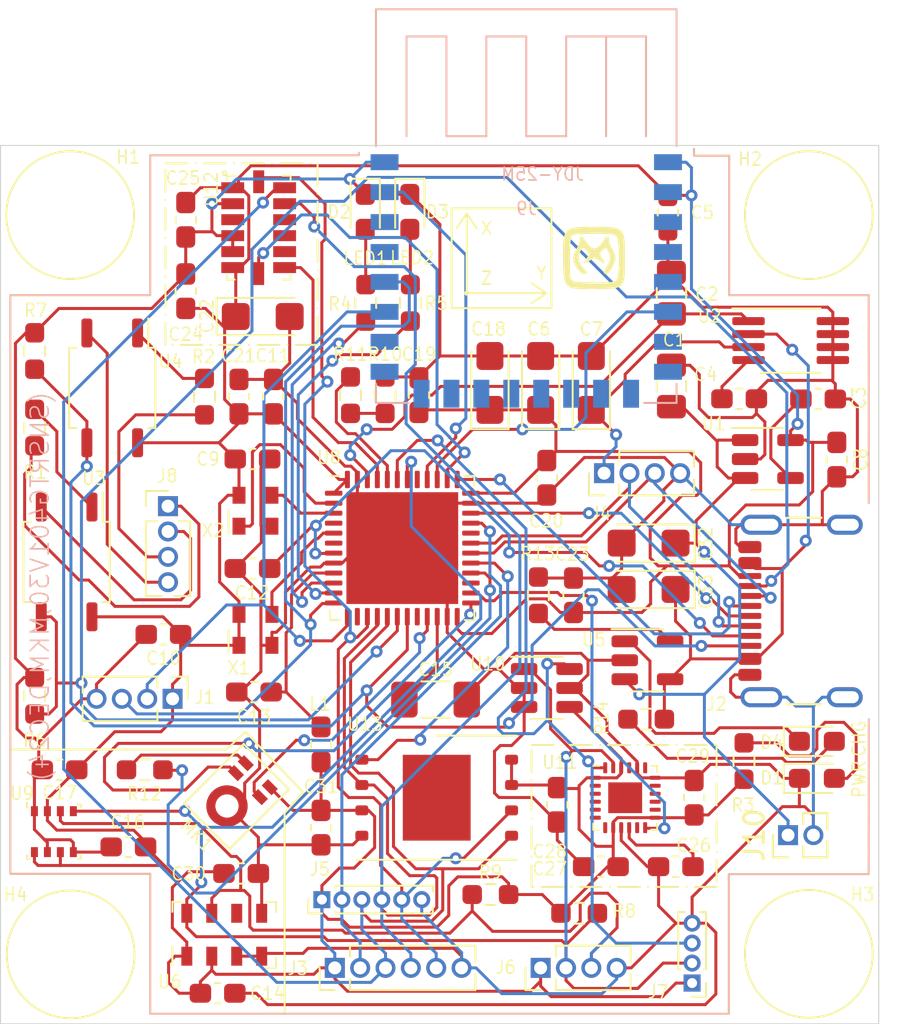
<source format=kicad_pcb>
(kicad_pcb (version 20240108) (generator "pcbnew") (generator_version "8.0")
  (title_block (title "Manoj Kumar Meena") (date "2024-11-30") (rev "3.0") (company "SNSRTG401V30"))
  (layers (0 "F.Cu" signal) (31 "B.Cu" mixed) (34 "B.Paste" user) (35 "F.Paste" user) (36 "B.SilkS" user "B.Silkscreen") (37 "F.SilkS" user "F.Silkscreen") (38 "B.Mask" user) (39 "F.Mask" user) (44 "Edge.Cuts" user))
  (net 0 "")
  (net 1 "NRST")
  (net 2 "Net-(R10-Pad2)")
  (net 3 "GND")
  (net 4 "Net-(U1-BP)")
  (net 5 "RXD1")
  (net 6 "TXD1")
  (net 7 "+3.3V")
  (net 8 "5VINP")
  (net 9 "Net-(R1-Pad2)")
  (net 10 "Net-(R2-Pad2)")
  (net 11 "TRG01")
  (net 12 "TRG02")
  (net 13 "I2C1-SCL")
  (net 14 "I2C1-SDA")
  (net 15 "TXD2")
  (net 16 "RXD2")
  (net 17 "SPI1-NSS1")
  (net 18 "SPI1-SCK")
  (net 19 "SPI1-MISO")
  (net 20 "SPI1-MOSI")
  (net 21 "EXINT1")
  (net 22 "EXINT2")
  (net 23 "SPI1-NSS2")
  (net 24 "SPI1-NSS3")
  (net 25 "IM-DATA")
  (net 26 "IM-CLK")
  (net 27 "IM-L{slash}R")
  (net 28 "Net-(MK1-DATA)")
  (net 29 "SWDIO")
  (net 30 "SWCLK")
  (net 31 "+5V")
  (net 32 "Net-(U2-BP)")
  (net 34 "GPLED2")
  (net 35 "BNRST")
  (net 36 "Net-(D1-A)")
  (net 37 "Net-(D2-A)")
  (net 38 "GPLED1")
  (net 39 "Net-(D3-A)")
  (net 40 "Net-(U8-VREF+)")
  (net 41 "Net-(U8-VCAP1)")
  (net 42 "Net-(U11-REGOUT)")
  (net 43 "Net-(U8-BOOT0)")
  (net 44 "CLK-EN")
  (net 45 "Net-(U8-PC14)")
  (net 47 "Net-(U8-PH0)")
  (net 54 "5VENBL")
  (net 70 "Net-(J8-Pin_1)")
  (net 71 "Net-(J8-Pin_2)")
  (net 72 "Net-(J8-Pin_3)")
  (net 73 "Net-(J8-Pin_4)")
  (net 74 "VBAT")
  (net 75 "Net-(D4-K)")
  (net 76 "Net-(D4-A)")
  (net 77 "Net-(U5-PROG)")
  (net 82 "STATUS")
  (footprint "Resistor_SMD:R_0603_1608Metric_Pad0.98x0.95mm_HandSolder" (layer "F.Cu") (at 112.3472 54.74 180)
    (property "Reference" "R14")
    (property "Value" "680")
  )
  (footprint "Resistor_SMD:R_0603_1608Metric_Pad0.98x0.95mm_HandSolder" (layer "F.Cu") (at 87.2255 57.277 180)
    (property "Reference" "R12")
    (property "Value" "100")
  )
  (footprint "Connector_PinHeader_1.00mm:PinHeader_1x04_P1.00mm_Vertical" (layer "F.Cu") (at 114.65 67.96 180)
    (property "Reference" "J7")
    (property "Value" "Conn_01x04")
  )
  (footprint "MountingHole:MountingHole_3.2mm_M3" (layer "F.Cu") (at 83.5 66.5)
    (property "Reference" "H4")
    (property "Value" "M3")
  )
  (footprint "Capacitor_SMD:C_0603_1608Metric_Pad1.08x0.95mm_HandSolder" (layer "F.Cu") (at 92.7 53.38 180)
    (property "Reference" "C13")
    (property "Value" "104")
  )
  (footprint "Capacitor_SMD:C_0603_1608Metric_Pad1.08x0.95mm_HandSolder" (layer "F.Cu") (at 100.965 38.5075 90)
    (property "Reference" "C19")
    (property "Value" "104")
  )
  (footprint "MountingHole:MountingHole_3.2mm_M3" (layer "F.Cu") (at 120.5 29.5)
    (property "Reference" "H2")
    (property "Value" "M3")
  )
  (footprint "Resistor_SMD:R_0603_1608Metric_Pad0.98x0.95mm_HandSolder" (layer "F.Cu") (at 97.536 38.5083 90)
    (property "Reference" "R11")
    (property "Value" "10K")
  )
  (footprint "LED_SMD:LED_0603_1608Metric_Pad1.05x0.95mm_HandSolder" (layer "F.Cu") (at 120.9 55.85)
    (property "Reference" "D4")
    (property "Value" "LED")
  )
  (footprint "Capacitor_SMD:C_0603_1608Metric_Pad1.08x0.95mm_HandSolder" (layer "F.Cu") (at 107.8938 59.032 90)
    (property "Reference" "C28")
    (property "Value" "103")
  )
  (footprint "Resistor_SMD:R_0603_1608Metric_Pad0.98x0.95mm_HandSolder" (layer "F.Cu") (at 99.2699 38.5083 -90)
    (property "Reference" "R10")
    (property "Value" "10K")
  )
  (footprint "Connector_PinHeader_1.27mm:PinHeader_1x04_P1.27mm_Vertical" (layer "F.Cu") (at 88.6206 53.721 -90)
    (property "Reference" "J1")
    (property "Value" "Conn_01x04")
  )
  (footprint "Capacitor_Tantalum_SMD:CP_EIA-3216-18_Kemet-A" (layer "F.Cu") (at 93.1375 34.5694)
    (property "Reference" "C22")
    (property "Value" "10uF")
  )
  (footprint "Resistor_SMD:R_0603_1608Metric_Pad0.98x0.95mm_HandSolder" (layer "F.Cu") (at 106.95 48.5325 90)
    (property "Reference" "R13")
    (property "Value" "10K")
  )
  (footprint "Connector_PinHeader_1.00mm:PinHeader_1x06_P1.00mm_Vertical" (layer "F.Cu") (at 96.1028 63.7794 90)
    (property "Reference" "J5")
    (property "Value" "Conn_01x06")
  )
  (footprint "Capacitor_SMD:C_0603_1608Metric_Pad1.08x0.95mm_HandSolder" (layer "F.Cu") (at 113.8318 62.1284)
    (property "Reference" "C26")
    (property "Value" "104")
  )
  (footprint "Connector_PinHeader_1.27mm:PinHeader_1x04_P1.27mm_Vertical" (layer "F.Cu") (at 88.392 44.069)
    (property "Reference" "J8")
    (property "Value" "Conn_01x04")
  )
  (footprint "Capacitor_SMD:C_0603_1608Metric_Pad1.08x0.95mm_HandSolder" (layer "F.Cu") (at 92.624 41.7068)
    (property "Reference" "C9")
    (property "Value" "104")
  )
  (footprint "Capacitor_Tantalum_SMD:CP_EIA-3216-18_Kemet-A" (layer "F.Cu") (at 104.521 37.8968 90)
    (property "Reference" "C18")
    (property "Value" "10uF")
  )
  (footprint "Oscillator:Oscillator_SMD_Abracon_ASDMB-4Pin_2.5x2.0mm" (layer "F.Cu") (at 92.774 44.2976)
    (property "Reference" "X2")
    (property "Value" "32K768Hz")
  )
  (footprint "MKM-FTP-V10:ADXL375-LGA-3x5MM" (layer "F.Cu") (at 92.934 30.118)
    (property "Reference" "U12")
    (property "Value" "ADXL345")
  )
  (footprint "Package_TO_SOT_SMD:SOT-23-6" (layer "F.Cu") (at 107.3725 53.18)
    (property "Reference" "U10")
    (property "Value" "TLV493D")
  )
  (footprint "Resistor_SMD:R_0603_1608Metric_Pad0.98x0.95mm_HandSolder" (layer "F.Cu") (at 90.2208 38.5826 90)
    (property "Reference" "R2")
    (property "Value" "1K")
  )
  (footprint "Capacitor_SMD:C_0603_1608Metric_Pad1.08x0.95mm_HandSolder" (layer "F.Cu") (at 89.281 33.2994 -90)
    (property "Reference" "C24")
    (property "Value" "104")
  )
  (footprint "Capacitor_SMD:C_0603_1608Metric_Pad1.08x0.95mm_HandSolder" (layer "F.Cu") (at 121.9 41.7375 -90)
    (property "Reference" "C8")
    (property "Value" "104")
  )
  (footprint "Capacitor_SMD:C_0603_1608Metric_Pad1.08x0.95mm_HandSolder" (layer "F.Cu") (at 93.6752 38.5826 90)
    (property "Reference" "C11")
    (property "Value" "104")
  )
  (footprint "Oscillator:Oscillator_SMD_Abracon_ASDMB-4Pin_2.5x2.0mm" (layer "F.Cu") (at 92.774 50.2666)
    (property "Reference" "X1")
    (property "Value" "10MHz")
  )
  (footprint "Package_SO:MSOP-8_3x3mm_P0.65mm" (layer "F.Cu") (at 119.5875 35.775)
    (property "Reference" "U2")
    (property "Value" "MIC5219-5.0YMM")
  )
  (footprint "Capacitor_SMD:C_0603_1608Metric_Pad1.08x0.95mm_HandSolder" (layer "F.Cu") (at 90.8775 68.47 180)
    (property "Reference" "C14")
    (property "Value" "104")
  )
  (footprint "Package_TO_SOT_SMD:SOT-23-5" (layer "F.Cu") (at 118.4425 41.71)
    (property "Reference" "U1")
    (property "Value" "MIC5219-3.3YM5")
  )
  (footprint "Package_SON:WSON-8-1EP_8x6mm_P1.27mm_EP3.4x4.3mm" (layer "F.Cu") (at 101.854 58.674)
    (property "Reference" "U13")
    (property "Value" "W25Q32JVZP")
  )
  (footprint "Resistor_SMD:R_0603_1608Metric_Pad0.98x0.95mm_HandSolder" (layer "F.Cu") (at 98.298 33.8855 90)
    (property "Reference" "R4")
    (property "Value" "2K")
  )
  (footprint "Connector_PinHeader_1.27mm:PinHeader_1x06_P1.27mm_Vertical" (layer "F.Cu") (at 96.7486 67.2 90)
    (property "Reference" "J3")
    (property "Value" "Conn_01x06")
  )
  (footprint "Package_DFN_QFN:QFN-48-1EP_7x7mm_P0.5mm_EP5.6x5.6mm" (layer "F.Cu") (at 100.13 46.17)
    (property "Reference" "U8")
    (property "Value" "STM32F401CBU7")
  )
  (footprint "Capacitor_SMD:C_0603_1608Metric_Pad1.08x0.95mm_HandSolder" (layer "F.Cu") (at 117.0075 38.69)
    (property "Reference" "C4")
    (property "Value" "470pF")
  )
  (footprint "Capacitor_Tantalum_SMD:CP_EIA-3216-18_Kemet-A" (layer "F.Cu") (at 112.47 48.2428 180)
    (property "Reference" "C33")
    (property "Value" "4u7F")
  )
  (footprint "Inductor_SMD:L_0603_1608Metric_Pad1.05x0.95mm_HandSolder" (layer "F.Cu") (at 96.06 56.005 90)
    (property "Reference" "L1")
    (property "Value" "10uH")
  )
  (footprint "Capacitor_SMD:C_0603_1608Metric_Pad1.08x0.95mm_HandSolder" (layer "F.Cu") (at 108.7062 48.5325 -90)
    (property "Reference" "C23")
    (property "Value" "104")
  )
  (footprint "Connector_PinHeader_1.27mm:PinHeader_1x04_P1.27mm_Vertical" (layer "F.Cu") (at 107.061 67.2 90)
    (property "Reference" "J6")
    (property "Value" "Conn_01x04")
  )
  (footprint "Capacitor_SMD:C_0603_1608Metric_Pad1.08x0.95mm_HandSolder" (layer "F.Cu") (at 120.9625 38.7)
    (property "Reference" "C3")
    (property "Value" "470pF")
  )
  (footprint "Package_LGA:LGA-8_3x5mm_P1.25mm" (layer "F.Cu") (at 91.21 65.54 90)
    (property "Reference" "U6")
    (property "Value" "MS5611-01BA")
  )
  (footprint "Capacitor_Tantalum_SMD:CP_EIA-3216-18_Kemet-A" (layer "F.Cu") (at 107.061 37.8968 90)
    (property "Reference" "C6")
    (property "Value" "4.7uF")
  )
  (footprint "MountingHole:MountingHole_3.2mm_M3" (layer "F.Cu") (at 120.5 66.5)
    (property "Reference" "H3")
    (property "Value" "M3")
  )
  (footprint "Sensor_Audio:Infineon_PG-LLGA-5-1" (layer "F.Cu") (at 91.8283 58.6096 -135)
    (property "Reference" "MK1")
    (property "Value" "IM66D130A")
  )
  (footprint "Capacitor_SMD:C_0603_1608Metric_Pad1.08x0.95mm_HandSolder" (layer "F.Cu") (at 91.948 38.5826 90)
    (property "Reference" "C21")
    (property "Value" "104")
  )
  (footprint "Capacitor_SMD:C_0603_1608Metric_Pad1.08x0.95mm_HandSolder" (layer "F.Cu") (at 86.4075 61.14)
    (property "Reference" "C16")
    (property "Value" "104")
  )
  (footprint "Capacitor_SMD:C_0603_1608Metric_Pad1.08x0.95mm_HandSolder" (layer "F.Cu") (at 88.1634 50.4952 180)
    (property "Reference" "C10")
    (property "Value" "104")
  )
  (footprint "Connector_PinHeader_1.27mm:PinHeader_1x04_P1.27mm_Vertical" (layer "F.Cu") (at 110.24 42.418 90)
    (property "Reference" "J4")
    (property "Value" "Conn_01x04")
  )
  (footprint "Resistor_SMD:R_0603_1608Metric_Pad0.98x0.95mm_HandSolder" (layer "F.Cu") (at 81.7118 36.2966 90)
    (property "Reference" "R7")
    (property "Value" "4K7")
  )
  (footprint "Capacitor_Tantalum_SMD:CP_EIA-3216-18_Kemet-A" (layer "F.Cu") (at 109.601 37.8968 90)
    (property "Reference" "C7")
    (property "Value" "4.7uF")
  )
  (footprint "Resistor_SMD:R_0603_1608Metric_Pad0.98x0.95mm_HandSolder" (layer "F.Cu") (at 117.25 56.8375 90)
    (property "Reference" "R3")
    (property "Value" "2K")
  )
  (footprint "Package_SO:SOP-4_3.8x4.1mm_P2.54mm" (layer "F.Cu") (at 85.598 38.144 -90)
    (property "Reference" "U4")
    (property "Value" "CPC1020N")
  )
  (footprint "LED_SMD:LED_0603_1608Metric_Pad1.05x0.95mm_HandSolder" (layer "F.Cu") (at 100.5078 29.3256 -90)
    (property "Reference" "D3")
    (property "Value" "GRN")
  )
  (footprint "Capacitor_SMD:C_0603_1608Metric_Pad1.08x0.95mm_HandSolder" (layer "F.Cu") (at 92.624 47.1932 180)
    (property "Reference" "C12")
    (property "Value" "104")
  )
  (footprint "Capacitor_SMD:C_0805_2012Metric_Pad1.18x1.45mm_HandSolder" (layer "F.Cu") (at 113.6142 38.0492 -90)
    (property "Reference" "C1")
    (property "Value" "105")
  )
  (footprint "Resistor_SMD:R_0603_1608Metric_Pad0.98x0.95mm_HandSolder" (layer "F.Cu") (at 100.5332 33.8855 90)
    (property "Reference" "R5")
    (property "Value" "2K")
  )
  (footprint "Package_TO_SOT_SMD:SOT-23-5" (layer "F.Cu") (at 112.4125 51.79)
    (property "Reference" "U5")
    (property "Value" "MCP73832-2-OT")
  )
  (footprint "Capacitor_SMD:C_0603_1608Metric_Pad1.08x0.95mm_HandSolder" (layer "F.Cu") (at 113.4364 29.3624 90)
    (property "Reference" "C5")
    (property "Value" "104")
  )
  (footprint "Capacitor_SMD:C_1206_3216Metric_Pad1.33x1.80mm_HandSolder" (layer "F.Cu") (at 101.7975 53.76)
    (property "Reference" "C15")
    (property "Value" "4u7F")
  )
  (footprint "LED_SMD:LED_0603_1608Metric_Pad1.05x0.95mm_HandSolder" (layer "F.Cu") (at 120.9 57.705)
    (property "Reference" "D1")
    (property "Value" "RED")
  )
  (footprint "Capacitor_Tantalum_SMD:CP_EIA-3216-18_Kemet-A" (layer "F.Cu") (at 112.47 45.92 180)
    (property "Reference" "C32")
    (property "Value" "4u7F")
  )
  (footprint "Package_LGA:Bosch_LGA-8_2.5x2.5mm_P0.65mm_ClockwisePinNumbering" (layer "F.Cu") (at 82.675 60.375)
    (property "Reference" "U9")
    (property "Value" "BME280")
  )
  (footprint "Resistor_SMD:R_0603_1608Metric_Pad0.98x0.95mm_HandSolder" (layer "F.Cu") (at 108.9914 64.4652 180)
    (property "Reference" "R8")
    (property "Value" "4K7")
  )
  (footprint "MountingHole:MountingHole_3.2mm_M3" (layer "F.Cu") (at 83.5 29.5)
    (property "Reference" "H1")
    (property "Value" "M3")
  )
  (footprint "Resistor_SMD:R_0603_1608Metric_Pad0.98x0.95mm_HandSolder" (layer "F.Cu") (at 81.7118 40.132 90)
    (property "Reference" "R1")
    (property "Value" "1K")
  )
  (footprint "LED_SMD:LED_0603_1608Metric_Pad1.05x0.95mm_HandSolder" (layer "F.Cu") (at 98.2726 29.3256 -90)
    (property "Reference" "D2")
    (property "Value" "BLU")
  )
  (footprint "Resistor_SMD:R_0603_1608Metric_Pad0.98x0.95mm_HandSolder" (layer "F.Cu") (at 81.7118 53.5686 90)
    (property "Reference" "R6")
    (property "Value" "4K7")
  )
  (footprint "MKM-FTP-V10:MPU9250-QFN24-3x3mm-P0.4mm" (layer "F.Cu") (at 111.2974 58.6764)
    (property "Reference" "U11")
    (property "Value" "MPU-9250")
  )
  (footprint "Capacitor_SMD:C_0603_1608Metric_Pad1.08x0.95mm_HandSolder" (layer "F.Cu") (at 110.0793 62.1284)
    (property "Reference" "C27")
    (property "Value" "104")
  )
  (footprint "Capacitor_SMD:C_0603_1608Metric_Pad1.08x0.95mm_HandSolder" (layer "F.Cu") (at 107.37 42.6475 -90)
    (property "Reference" "C20")
    (property "Value" "104")
  )
  (footprint "MKM-FTP-V10:MKMLOGO-P" (layer "F.Cu") (at 109.7534 31.6484)
    (property "Reference" "U7" (hide yes))
    (property "Value" "MKM-LOGON-V10" (hide yes))
  )
  (footprint "Capacitor_SMD:C_0603_1608Metric_Pad1.08x0.95mm_HandSolder" (layer "F.Cu") (at 82.9575 57.277)
    (property "Reference" "C17")
    (property "Value" "104")
  )
  (footprint "Resistor_SMD:R_0603_1608Metric_Pad0.98x0.95mm_HandSolder" (layer "F.Cu") (at 104.5445 63.5254)
    (property "Reference" "R9")
    (property "Value" "4K7")
  )
  (footprint "MKM-FTP-V10:BullsEye" (layer "F.Cu") (at 102.6036 34.15)
    (property "Reference" "M1" (hide yes))
    (property "Value" "MKM-XYZ-AXIS")
  )
  (footprint "Capacitor_SMD:C_0603_1608Metric_Pad1.08x0.95mm_HandSolder" (layer "F.Cu") (at 89.281 29.7212 90)
    (property "Reference" "C25")
    (property "Value" "104")
  )
  (footprint "Connector_USB:USB_C_Receptacle_GCT_USB4105-xx-A_16P_TopMnt_Horizontal" (layer "F.Cu") (at 121.225 49.32 90)
    (property "Reference" "J2")
    (property "Value" "USB_C_Receptacle_USB2.0_16P")
  )
  (footprint "Capacitor_SMD:C_0603_1608Metric_Pad1.08x0.95mm_HandSolder" (layer "F.Cu") (at 96.06 60.1726 90)
    (property "Reference" "C31")
    (property "Value" "104")
  )
  (footprint "Connector_PinHeader_1.27mm:PinHeader_1x02_P1.27mm_Vertical" (layer "F.Cu") (at 119.4562 60.55 90)
    (property "Reference" "J10")
    (property "Value" "Conn_01x02")
  )
  (footprint "Capacitor_SMD:C_0805_2012Metric_Pad1.18x1.45mm_HandSolder" (layer "F.Cu") (at 113.6142 33.401 -90)
    (property "Reference" "C2")
    (property "Value" "105")
  )
  (footprint "Package_SO:SOP-4_3.8x4.1mm_P2.54mm" (layer "F.Cu") (at 83.312 46.863 -90)
    (property "Reference" "U3")
    (property "Value" "CPC1020N")
  )
  (footprint "Capacitor_SMD:C_0603_1608Metric_Pad1.08x0.95mm_HandSolder" (layer "F.Cu") (at 92.0575 62.47 180)
    (property "Reference" "C30")
    (property "Value" "104")
  )
  (footprint "Capacitor_SMD:C_0603_1608Metric_Pad1.08x0.95mm_HandSolder" (layer "F.Cu") (at 114.7518 58.6751 -90)
    (property "Reference" "C29")
    (property "Value" "104")
  )
  (footprint "JDY-08:JDY-08" (layer "B.Cu") (at 106.341 29.038 180)
    (property "Reference" "J9")
    (property "Value" "JDY-25M")
  )
  (gr_line (start 80.4926 62.484) (end 87.503 62.484) (stroke (width 0.1)) (layer "B.SilkS"))
  (gr_line (start 87.503 33.5026) (end 80.4926 33.5026) (stroke (width 0.1)) (layer "B.SilkS"))
  (gr_line (start 80.4926 33.5026) (end 80.4926 62.484) (stroke (width 0.1)) (layer "B.SilkS"))
  (gr_line (start 123.4948 33.5026) (end 116.5098 33.5026) (stroke (width 0.1)) (layer "B.SilkS"))
  (gr_line (start 123.5 43.91) (end 123.4948 33.5026) (stroke (width 0.1)) (layer "B.SilkS"))
  (gr_line (start 97.95 26.37) (end 97.95 26.4922) (stroke (width 0.1)) (layer "B.SilkS"))
  (gr_line (start 114.75 26.5176) (end 114.74 26.17) (stroke (width 0.1)) (layer "B.SilkS"))
  (gr_line (start 116.5098 33.5026) (end 116.5098 26.5176) (stroke (width 0.1)) (layer "B.SilkS"))
  (gr_line (start 87.503 69.4944) (end 116.4844 69.4944) (stroke (width 0.1)) (layer "B.SilkS"))
  (gr_line (start 116.4844 69.4944) (end 116.4844 62.5094) (stroke (width 0.1)) (layer "B.SilkS"))
  (gr_line (start 116.4844 62.5094) (end 123.4948 62.5094) (stroke (width 0.1)) (layer "B.SilkS"))
  (gr_line (start 116.5098 26.5176) (end 114.75 26.5176) (stroke (width 0.1)) (layer "B.SilkS"))
  (gr_line (start 97.9 26.4922) (end 87.503 26.4922) (stroke (width 0.1)) (layer "B.SilkS"))
  (gr_line (start 87.503 62.484) (end 87.503 69.4944) (stroke (width 0.1)) (layer "B.SilkS"))
  (gr_line (start 87.503 26.4922) (end 87.503 33.5026) (stroke (width 0.1)) (layer "B.SilkS"))
  (gr_line (start 123.5 54.74) (end 123.4948 62.5094) (stroke (width 0.1)) (layer "B.SilkS"))
  (gr_line (start 97.95 26.5) (end 97.95 26.36) (stroke (width 0.1)) (layer "F.SilkS"))
  (gr_line (start 92.2782 55.372) (end 95.1738 58.42) (stroke (width 0.1)) (layer "F.SilkS"))
  (gr_line (start 87.5 62.5) (end 87.5 69.5) (stroke (width 0.1)) (layer "F.SilkS"))
  (gr_line (start 87.5 26.5) (end 97.95 26.5) (stroke (width 0.1)) (layer "F.SilkS"))
  (gr_line (start 116.5 69.5) (end 116.5 62.5) (stroke (width 0.1)) (layer "F.SilkS"))
  (gr_circle (center 120.498 66.4972) (end 123.698 66.4972) (stroke (width 0.1)) (fill none) (layer "F.SilkS"))
  (gr_rect (start 88.265 26.8986) (end 95.885 35.9918) (stroke (width 0.1) (type dash_dot)) (fill none) (layer "F.SilkS"))
  (gr_line (start 94.234 64.389) (end 94.234 69.5) (stroke (width 0.1)) (layer "F.SilkS"))
  (gr_line (start 80.5 56) (end 80.5 62.5) (stroke (width 0.1)) (layer "F.SilkS"))
  (gr_line (start 123.5 33.5) (end 116.5 33.5) (stroke (width 0.1)) (layer "F.SilkS"))
  (gr_line (start 87.5 26.5) (end 87.5 33.5) (stroke (width 0.1)) (layer "F.SilkS"))
  (gr_circle (center 83.4902 29.4894) (end 86.6902 29.4894) (stroke (width 0.1)) (fill none) (layer "F.SilkS"))
  (gr_line (start 87.5 33.5) (end 80.5 33.5) (stroke (width 0.1)) (layer "F.SilkS"))
  (gr_line (start 94.234 59.436) (end 94.234 64.389) (stroke (width 0.1)) (layer "F.SilkS"))
  (gr_line (start 91.313 56.261) (end 92.2782 55.372) (stroke (width 0.1)) (layer "F.SilkS"))
  (gr_line (start 116.5 33.5) (end 116.5 26.5) (stroke (width 0.1)) (layer "F.SilkS"))
  (gr_line (start 95.1738 58.42) (end 94.234 59.436) (stroke (width 0.1)) (layer "F.SilkS"))
  (gr_poly (pts (xy 106.603802 56.0324) (xy 115.8748 56.0324) (xy 115.8748 63.1444) (xy 106.6038 63.1444)) (stroke (width 0.1) (type dash_dot)) (fill none) (layer "F.SilkS"))
  (gr_line (start 116.5 62.5) (end 123.5 62.5) (stroke (width 0.1)) (layer "F.SilkS"))
  (gr_line (start 114.75 26.17) (end 114.75 26.5) (stroke (width 0.1)) (layer "F.SilkS"))
  (gr_line (start 80.5 56.261) (end 91.313 56.261) (stroke (width 0.1)) (layer "F.SilkS"))
  (gr_circle (center 83.5152 66.523) (end 86.7152 66.523) (stroke (width 0.1)) (fill none) (layer "F.SilkS"))
  (gr_line (start 116.5 26.5) (end 114.75 26.5) (stroke (width 0.1)) (layer "F.SilkS"))
  (gr_circle (center 120.4976 29.489) (end 123.6976 29.489) (stroke (width 0.1)) (fill none) (layer "F.SilkS"))
  (gr_line (start 80.5 62.5) (end 87.5 62.5) (stroke (width 0.1)) (layer "F.SilkS"))
  (gr_line (start 80.5 33.5) (end 80.5 56) (stroke (width 0.1)) (layer "F.SilkS"))
  (gr_line (start 123.5 54.75) (end 123.5 62.5) (stroke (width 0.1)) (layer "F.SilkS"))
  (gr_line (start 87.5 69.5) (end 116.5 69.5) (stroke (width 0.1)) (layer "F.SilkS"))
  (gr_line (start 123.5 43.91) (end 123.5 33.5) (stroke (width 0.1)) (layer "F.SilkS"))
  (gr_rect (start 80 26) (end 124 70) (stroke (width 0.05)) (fill none) (layer "Edge.Cuts"))
  (gr_text "JDY-25M" (at 107.1626 27.432 0) (layer "B.SilkS") (effects (font (size 0.65 0.6) (thickness 0.08)) (justify mirror)))
  (gr_text "(SNSRTG401V30,MKM,DEC24)" (at 82.5 38.27 90) (layer "B.SilkS") (effects (font (size 0.9 0.9) (thickness 0.08)) (justify left bottom mirror)))
  (gr_text "CHG" (at 123.39 56.68 90) (layer "F.SilkS") (effects (font (size 0.65 0.6) (thickness 0.08)) (justify left bottom)))
  (gr_text "LED1" (at 97.1296 32.0294 0) (layer "F.SilkS") (effects (font (size 0.65 0.6) (thickness 0.08)) (justify left bottom)))
  (gr_text "LED2" (at 99.4664 32.004 0) (layer "F.SilkS") (effects (font (size 0.65 0.6) (thickness 0.08)) (justify left bottom)))
  (gr_text "PWR" (at 123.39 58.75 90) (layer "F.SilkS") (effects (font (size 0.65 0.6) (thickness 0.08)) (justify left bottom)))
  (segment (start 93.4865 47.1932) (end 95.6323 45.0474) (width 0.15) (layer "F.Cu") (net 1))
  (segment (start 115.685 50.57) (end 115.0361 49.9211) (width 0.15) (layer "F.Cu") (net 1))
  (segment (start 96.6925 46.42) (end 96.6739 46.4386) (width 0.15) (layer "F.Cu") (net 1))
  (segment (start 110.4908 47.0644) (end 110.0044 47.0644) (width 0.15) (layer "F.Cu") (net 1))
  (segment (start 96.6739 46.4386) (end 95.7738 46.4386) (width 0.15) (layer "F.Cu") (net 1))
  (segment (start 95.6323 45.0474) (end 95.8024 45.0474) (width 0.15) (layer "F.Cu") (net 1))
  (segment (start 110.0044 47.0644) (end 109.3286 46.3886) (width 0.15) (layer "F.Cu") (net 1))
  (segment (start 109.3286 46.3886) (end 105.4873 46.3886) (width 0.15) (layer "F.Cu") (net 1))
  (segment (start 117.545 50.57) (end 115.685 50.57) (width 0.15) (layer "F.Cu") (net 1))
  (via (at 115.0361 49.9211) (size 0.6) (drill 0.3) (layers "F.Cu" "B.Cu") (net 1))
  (via (at 105.4873 46.3886) (size 0.6) (drill 0.3) (layers "F.Cu" "B.Cu") (net 1))
  (via (at 95.7738 46.4386) (size 0.6) (drill 0.3) (layers "F.Cu" "B.Cu") (net 1))
  (via (at 110.4908 47.0644) (size 0.6) (drill 0.3) (layers "F.Cu" "B.Cu") (net 1))
  (via (at 95.8024 45.0474) (size 0.6) (drill 0.3) (layers "F.Cu" "B.Cu") (net 1))
  (segment (start 105.4872 45.5215) (end 104.2857 44.32) (width 0.15) (layer "B.Cu") (net 1))
  (segment (start 105.4873 46.3886) (end 105.4872 46.3886) (width 0.15) (layer "B.Cu") (net 1))
  (segment (start 104.277473 44.32) (end 101.249473 41.292) (width 0.15) (layer "B.Cu") (net 1))
  (segment (start 101.249473 41.292) (end 99.5578 41.292) (width 0.15) (layer "B.Cu") (net 1))
  (segment (start 105.4872 46.3886) (end 105.4872 45.5215) (width 0.15) (layer "B.Cu") (net 1))
  (segment (start 104.2857 44.32) (end 104.277473 44.32) (width 0.15) (layer "B.Cu") (net 1))
  (segment (start 95.7738 45.076) (end 95.8024 45.0474) (width 0.15) (layer "B.Cu") (net 1))
  (segment (start 112.1794 47.0644) (end 115.0361 49.9211) (width 0.15) (layer "B.Cu") (net 1))
  (segment (start 110.4908 47.0644) (end 112.1794 47.0644) (width 0.15) (layer "B.Cu") (net 1))
  (segment (start 99.5578 41.292) (end 95.8024 45.0474) (width 0.15) (layer "B.Cu") (net 1))
  (segment (start 95.7738 46.4386) (end 95.7738 45.076) (width 0.15) (layer "B.Cu") (net 1))
  (segment (start 99.2699 39.4208) (end 97.536 39.4208) (width 0.15) (layer "F.Cu") (net 2))
  (segment (start 113.6142 32.5639) (end 113.5839 32.5639) (width 0.15) (layer "F.Cu") (net 3))
  (segment (start 92.9808 57.1992) (end 92.234 57.946) (width 0.15) (layer "F.Cu") (net 3))
  (segment (start 94.879 39.6892) (end 94.879 38.9239) (width 0.15) (layer "F.Cu") (net 3))
  (segment (start 115.31 69.04) (end 93.38 69.04) (width 0.15) (layer "F.Cu") (net 3))
  (segment (start 80.83 53) (end 81.1739 52.6561) (width 0.15) (layer "F.Cu") (net 3))
  (segment (start 93.085 66.615) (end 91.835 66.615) (width 0.15) (layer "F.Cu") (net 3))
  (segment (start 113.4364 30.2249) (end 113.4364 32.1857) (width 0.15) (layer "F.Cu") (net 3))
  (segment (start 82.35 60.921) (end 82.35 61.4) (width 0.15) (layer "F.Cu") (net 3))
  (segment (start 102.71 66.22) (end 103.0986 66.6086) (width 0.15) (layer "F.Cu") (net 3))
  (segment (start 93.6752 37.7201) (end 91.948 37.7201) (width 0.15) (layer "F.Cu") (net 3))
  (segment (start 93.2267 66.4733) (end 95.1567 66.4733) (width 0.15) (layer "F.Cu") (net 3))
  (segment (start 82.1545 60.7255) (end 82.35 60.921) (width 0.15) (layer "F.Cu") (net 3))
  (segment (start 97.88 42.7325) (end 97.88 42.3856) (width 0.15) (layer "F.Cu") (net 3))
  (segment (start 118.07 41.71) (end 118.295 41.485) (width 0.15) (layer "F.Cu") (net 3))
  (segment (start 122.57 38.7) (end 122.93 39.06) (width 0.15) (layer "F.Cu") (net 3))
  (segment (start 110.6529 47.67) (end 111.12 47.2029) (width 0.15) (layer "F.Cu") (net 3))
  (segment (start 111.8974 57.4522) (end 111.8974 57.1764) (width 0.15) (layer "F.Cu") (net 3))
  (segment (start 113.2624 41.6304) (end 114.05 42.418) (width 0.15) (layer "F.Cu") (net 3))
  (segment (start 93.0473 52.3562) (end 93.0473 51.0416) (width 0.15) (layer "F.Cu") (net 3))
  (segment (start 115.37 64.96) (end 115.84 65.43) (width 0.15) (layer "F.Cu") (net 3))
  (segment (start 93.599 51.0416) (end 93.1232 51.0416) (width 0.15) (layer "F.Cu") (net 3))
  (segment (start 114.5417 37.0117) (end 115.01 37.48) (width 0.15) (layer "F.Cu") (net 3))
  (segment (start 109.435 51.79) (end 109.435 52.5057) (width 0.15) (layer "F.Cu") (net 3))
  (segment (start 84.8106 53.721) (end 84.0839 53.721) (width 0.15) (layer "F.Cu") (net 3))
  (segment (start 100.13 46.17) (end 102.38 48.42) (width 0.15) (layer "F.Cu") (net 3))
  (segment (start 109.2168 62.1284) (end 107.8938 60.8054) (width 0.15) (layer "F.Cu") (net 3))
  (segment (start 116.58 53.3767) (end 116.8433 53.64) (width 0.15) (layer "F.Cu") (net 3))
  (segment (start 122.3 45) (end 121.1733 45) (width 0.15) (layer "F.Cu") (net 3))
  (segment (start 97.88 46.1603) (end 97.1203 46.92) (width 0.15) (layer "F.Cu") (net 3))
  (segment (start 105.7828 51.4412) (end 109.0862 51.4412) (width 0.15) (layer "F.Cu") (net 3))
  (segment (start 122.93 39.06) (end 122.93 42.34) (width 0.15) (layer "F.Cu") (net 3))
  (segment (start 117.06 46.12) (end 116.8433 45.9033) (width 0.15) (layer "F.Cu") (net 3))
  (segment (start 81.7118 35.3841) (end 81.2759 35.3841) (width 0.15) (layer "F.Cu") (net 3))
  (segment (start 93.0481 51.0416) (end 93.0473 51.0416) (width 0.15) (layer "F.Cu") (net 3))
  (segment (start 105.61 56.06) (end 105.04 56.06) (width 0.15) (layer "F.Cu") (net 3))
  (segment (start 105.9193 53.18) (end 104.9817 52.2423) (width 0.15) (layer "F.Cu") (net 3))
  (segment (start 104.2223 52.2423) (end 104.651 52.2423) (width 0.15) (layer "F.Cu") (net 3))
  (segment (start 93.0473 48.479) (end 91.7615 47.1932) (width 0.15) (layer "F.Cu") (net 3))
  (segment (start 83.5 60.78) (end 82.209 60.78) (width 0.15) (layer "F.Cu") (net 3))
  (segment (start 115.01 37.48) (end 115.01 39.17) (width 0.15) (layer "F.Cu") (net 3))
  (segment (start 112.9693 64.0916) (end 113.8377 64.96) (width 0.15) (layer "F.Cu") (net 3))
  (segment (start 104.75 58.44) (end 104.97535 58.66535) (width 0.15) (layer "F.Cu") (net 3))
  (segment (start 112.7974 57.6797) (end 112.1249 57.6797) (width 0.15) (layer "F.Cu") (net 3))
  (segment (start 89.5389 30.3258) (end 90.5919 30.3258) (width 0.15) (layer "F.Cu") (net 3))
  (segment (start 81.7 60.271) (end 82.1545 60.7255) (width 0.15) (layer "F.Cu") (net 3))
  (segment (start 113.8377 64.96) (end 114.65 64.96) (width 0.15) (layer "F.Cu") (net 3))
  (segment (start 97.88 46.1603) (end 100.1203 46.1603) (width 0.15) (layer "F.Cu") (net 3))
  (segment (start 120.025 59.1221) (end 119.1779 59.1221) (width 0.15) (layer "F.Cu") (net 3))
  (segment (start 118.12 45) (end 121.1733 45) (width 0.15) (layer "F.Cu") (net 3))
  (segment (start 82.095 57.277) (end 81.7 57.672) (width 0.15) (layer "F.Cu") (net 3))
  (segment (start 121.65 37.77) (end 121.825 37.945) (width 0.15) (layer "F.Cu") (net 3))
  (segment (start 117.8742 39.43) (end 117.87 39.43) (width 0.15) (layer "F.Cu") (net 3))
  (segment (start 114.7518 57.8126) (end 114.6189 57.6797) (width 0.15) (layer "F.Cu") (net 3))
  (segment (start 100.965 37.645) (end 100.965 37.5958) (width 0.15) (layer "F.Cu") (net 3))
  (segment (start 116.58 52.72) (end 116.58 53.3767) (width 0.15) (layer "F.Cu") (net 3))
  (segment (start 97.88 42.3856) (end 97.561 42.0666) (width 0.15) (layer "F.Cu") (net 3))
  (segment (start 121.7 35.45) (end 121.7 34.8) (width 0.15) (layer "F.Cu") (net 3))
  (segment (start 92.92 61.0351) (end 96.06 61.0351) (width 0.15) (layer "F.Cu") (net 3))
  (segment (start 97.1203 46.92) (end 96.6925 46.92) (width 0.15) (layer "F.Cu") (net 3))
  (segment (start 103.36 53.5333) (end 103.36 53.76) (width 0.15) (layer "F.Cu") (net 3))
  (segment (start 90.5919 30.3258) (end 90.6426 30.3258) (width 0.15) (layer "F.Cu") (net 3))
  (segment (start 107.37 43.51) (end 106.96 43.92) (width 0.15) (layer "F.Cu") (net 3))
  (segment (start 113.4364 32.1857) (end 113.6142 32.3635) (width 0.15) (layer "F.Cu") (net 3))
  (segment (start 90.8348 28.918) (end 90.5919 28.918) (width 0.15) (layer "F.Cu") (net 3))
  (segment (start 96.2266 46.92) (end 96.6925 46.92) (width 0.15) (layer "F.Cu") (net 3))
  (segment (start 121.825 38.7) (end 122.57 38.7) (width 0.15) (layer "F.Cu") (net 3))
  (segment (start 92.92 62.47) (end 93.085 62.635) (width 0.15) (layer "F.Cu") (net 3))
  (segment (start 92.92 60.663) (end 92.92 61.0351) (width 0.15) (layer "F.Cu") (net 3))
  (segment (start 92.234 57.946) (end 92.234 59.3494) (width 0.15) (layer "F.Cu") (net 3))
  (segment (start 114.6189 57.6797) (end 112.7974 57.6797) (width 0.15) (layer "F.Cu") (net 3))
  (segment (start 93.6752 37.7201) (end 94.4875 36.9078) (width 0.15) (layer "F.Cu") (net 3))
  (segment (start 92.81 68.47) (end 91.74 68.47) (width 0.15) (layer "F.Cu") (net 3))
  (segment (start 91.9202 59.6632) (end 92.92 60.663) (width 0.15) (layer "F.Cu") (net 3))
  (segment (start 81.285761 55.685761) (end 80.83 55.23) (width 0.15) (layer "F.Cu") (net 3))
  (segment (start 89.281 32.4606) (end 87.5742 34.1674) (width 0.15) (layer "F.Cu") (net 3))
  (segment (start 107.061 36.5468) (end 104.521 36.5468) (width 0.15) (layer "F.Cu") (net 3))
  (segment (start 93.1232 51.0416) (end 93.0488 51.0416) (width 0.15) (layer "F.Cu") (net 3))
  (segment (start 108.7062 47.67) (end 107 47.67) (width 0.15) (layer "F.Cu") (net 3))
  (segment (start 115.5581 57.0063) (end 114.7518 57.8126) (width 0.15) (layer "F.Cu") (net 3))
  (segment (start 93.085 62.635) (end 93.085 64.465) (width 0.15) (layer "F.Cu") (net 3))
  (segment (start 118.295 41.485) (end 118.295 39.8508) (width 0.15) (layer "F.Cu") (net 3))
  (segment (start 111.0974 60.1764) (end 111.0974 60.8174) (width 0.15) (layer "F.Cu") (net 3))
  (segment (start 120.2921 59.1221) (end 120.7262 59.5562) (width 0.15) (layer "F.Cu") (net 3))
  (segment (start 106.66465 58.66535) (end 107.8938 59.8945) (width 0.15) (layer "F.Cu") (net 3))
  (segment (start 120.025 59.1221) (end 120.025 57.705) (width 0.15) (layer "F.Cu") (net 3))
  (segment (start 122.94 42.35) (end 122.69 42.6) (width 0.15) (layer "F.Cu") (net 3))
  (segment (start 92.234 59.3494) (end 91.9202 59.6632) (width 0.15) (layer "F.Cu") (net 3))
  (segment (start 107 47.67) (end 106.95 47.62) (width 0.15) (layer "F.Cu") (net 3))
  (segment (start 117.87 38.69) (end 117.87 38.35) (width 0.15) (layer "F.Cu") (net 3))
  (segment (start 81.2759 35.3841) (end 80.75 35.91) (width 0.15) (layer "F.Cu") (net 3))
  (segment (start 121.1733 43.3267) (end 121.9 42.6) (width 0.15) (layer "F.Cu") (net 3))
  (segment (start 111.8974 56.8697) (end 110.3867 55.359) (width 0.15) (layer "F.Cu") (net 3))
  (segment (start 121.1733 45) (end 121.1733 43.3267) (width 0.15) (layer "F.Cu") (net 3))
  (segment (start 113.6142 32.5639) (end 113.6142 32.3635) (width 0.15) (layer "F.Cu") (net 3))
  (segment (start 95.5318 47.12) (end 96.0266 47.12) (width 0.15) (layer "F.Cu") (net 3))
  (segment (start 106.235 55.435) (end 105.61 56.06) (width 0.15) (layer "F.Cu") (net 3))
  (segment (start 106.235 53.18) (end 106.235 54.13) (width 0.15) (layer "F.Cu") (net 3))
  (segment (start 105.04 56.06) (end 104.75 56.35) (width 0.15) (layer "F.Cu") (net 3))
  (segment (start 104.9816 52.2423) (end 104.9817 52.2423) (width 0.15) (layer "F.Cu") (net 3))
  (segment (start 95.41 66.22) (end 102.71 66.22) (width 0.15) (layer "F.Cu") (net 3))
  (segment (start 107.8938 60.8054) (end 107.8938 59.8945) (width 0.15) (layer "F.Cu") (net 3))
  (segment (start 104.651 52.2423) (end 104.9816 52.2423) (width 0.15) (layer "F.Cu") (net 3))
  (segment (start 92.92 61.0351) (end 92.92 62.47) (width 0.15) (layer "F.Cu") (net 3))
  (segment (start 93.0473 45.0499) (end 93.07 45.0726) (width 0.15) (layer "F.Cu") (net 3))
  (segment (start 102.014 29.9568) (end 102.014 36.5468) (width 0.15) (layer "F.Cu") (net 3))
  (segment (start 100.965 37.5958) (end 102.014 36.5468) (width 0.15) (layer "F.Cu") (net 3))
  (segment (start 113.235 43.805) (end 113.235 43.233) (width 0.15) (layer "F.Cu") (net 3))
  (segment (start 116.78 52.52) (end 116.58 52.72) (width 0.15) (layer "F.Cu") (net 3))
  (segment (start 121.7 36.75) (end 121.7 37.72) (width 0.15) (layer "F.Cu") (net 3))
  (segment (start 81.714239 55.685761) (end 81.285761 55.685761) (width 0.15) (layer "F.Cu") (net 3))
  (segment (start 117.67 39.63) (end 117.87 39.43) (width 0.15) (layer "F.Cu") (net 3))
  (segment (start 95.1567 66.4733) (end 95.41 66.22) (width 0.15) (layer "F.Cu") (net 3))
  (segment (start 113.6142 32.5639) (end 115.153 34.1027) (width 0.15) (layer "F.Cu") (net 3))
  (segment (start 117.0533 45) (end 118.12 45) (width 0.15) (layer "F.Cu") (net 3))
  (segment (start 84.8106 52.9855) (end 84.8106 53.721) (width 0.15) (layer "F.Cu") (net 3))
  (segment (start 110.6529 47.7757) (end 110.6529 47.67) (width 0.15) (layer "F.Cu") (net 3))
  (segment (start 121.65 37.77) (end 121.7 37.72) (width 0.15) (layer "F.Cu") (net 3))
  (segment (start 83.65 60.93) (end 83.5 60.78) (width 0.15) (layer "F.Cu") (net 3))
  (segment (start 94.879 38.9239) (end 93.6752 37.7201) (width 0.15) (layer "F.Cu") (net 3))
  (segment (start 116.8433 45.21) (end 117.0533 45) (width 0.15) (layer "F.Cu") (net 3))
  (segment (start 104.9817 52.2423) (end 105.7828 51.4412) (width 0.15) (layer "F.Cu") (net 3))
  (segment (start 81.9167 55.8882) (end 84.0839 53.721) (width 0.15) (layer "F.Cu") (net 3))
  (segment (start 117.87 38.69) (end 117.87 39.43) (width 0.15) (layer "F.Cu") (net 3))
  (segment (start 104.97535 58.66535) (end 106.66465 58.66535) (width 0.15) (layer "F.Cu") (net 3))
  (segment (start 91.8375 53.38) (end 92.0235 53.38) (width 0.15) (layer "F.Cu") (net 3))
  (segment (start 93.0473 51.0416) (end 93.0473 48.479) (width 0.15) (layer "F.Cu") (net 3))
  (segment (start 120.025 57.705) (end 119.2453 57.705) (width 0.15) (layer "F.Cu") (net 3))
  (segment (start 120.025 59.1221) (end 120.2921 59.1221) (width 0.15) (layer "F.Cu") (net 3))
  (segment (start 117.545 52.52) (end 116.78 52.52) (width 0.15) (layer "F.Cu") (net 3))
  (segment (start 112.9693 62.1284) (end 112.9693 64.0916) (width 0.15) (layer "F.Cu") (net 3))
  (segment (start 106.96 43.92) (end 103.5675 43.92) (width 0.15) (layer "F.Cu") (net 3))
  (segment (start 121.7 34.36) (end 121.7 34.8) (width 0.15) (layer "F.Cu") (net 3))
  (segment (start 93.085 66.615) (end 93.2267 66.4733) (width 0.15) (layer "F.Cu") (net 3))
  (segment (start 81.7 57.672) (end 81.7 59.35) (width 0.15) (layer "F.Cu") (net 3))
  (segment (start 97.561 42.0666) (end 97.2564 42.0666) (width 0.15) (layer "F.Cu") (net 3))
  (segment (start 111.12 48.2428) (end 110.6529 47.7757) (width 0.15) (layer "F.Cu") (net 3))
  (segment (start 91.634 30.518) (end 90.8348 30.518) (width 0.15) (layer "F.Cu") (net 3))
  (segment (start 96.0266 47.12) (end 96.2266 46.92) (width 0.15) (layer "F.Cu") (net 3))
  (segment (start 93.4865 41.7068) (end 93.0473 42.146) (width 0.15) (layer "F.Cu") (net 3))
  (segment (start 117.545 46.12) (end 117.06 46.12) (width 0.15) (layer "F.Cu") (net 3))
  (segment (start 113.5839 32.5639) (end 109.601 36.5468) (width 0.15) (layer "F.Cu") (net 3))
  (segment (start 104.651 52.2423) (end 103.36 53.5333) (width 0.15) (layer "F.Cu") (net 3))
  (segment (start 93.07 45.0726) (end 93.07 45.8847) (width 0.15) (layer "F.Cu") (net 3))
  (segment (start 111.0974 60.8174) (end 112.4084 62.1284) (width 0.15) (layer "F.Cu") (net 3))
  (segment (start 118.45 37.77) (end 121.65 37.77) (width 0.15) (layer "F.Cu") (net 3))
  (segment (start 97.88 42.7325) (end 97.88 46.1603) (width 0.15) (layer "F.Cu") (net 3))
  (segment (start 93.07 45.8847) (end 91.7615 47.1932) (width 0.15) (layer "F.Cu") (net 3))
  (segment (start 97.2564 42.0666) (end 94.879 39.6892) (width 0.15) (layer "F.Cu") (net 3))
  (segment (start 89.281 32.4369) (end 89.281 32.4606) (width 0.15) (layer "F.Cu") (net 3))
  (segment (start 94.2789 48.3729) (end 95.5318 47.12) (width 0.15) (layer "F.Cu") (net 3))
  (segment (start 109.435 51.79) (end 111.275 51.79) (width 0.15) (layer "F.Cu") (net 3))
  (segment (start 110.871 67.2) (end 111.5977 67.2) (width 0.15) (layer "F.Cu") (net 3))
  (segment (start 94.2789 49.9268) (end 94.2789 48.3729) (width 0.15) (layer "F.Cu") (net 3))
  (segment (start 93.599 45.0726) (end 93.07 45.0726) (width 0.15) (layer "F.Cu") (net 3))
  (segment (start 98.2726 28.4506) (end 97.5007 27.6787) (width 0.15) (layer "F.Cu") (net 3))
  (segment (start 102.38 50.4) (end 104.2223 52.2423) (width 0.15) (layer "F.Cu") (net 3))
  (segment (start 82.209 60.78) (end 82.1545 60.7255) (width 0.15) (layer "F.Cu") (net 3))
  (segment (start 107.37 43.51) (end 109.2496 41.6304) (width 0.15) (layer "F.Cu") (net 3))
  (segment (start 93.8158 50.3899) (end 94.2789 49.9268) (width 0.15) (layer "F.Cu") (net 3))
  (segment (start 109.2496 41.6304) (end 113.2624 41.6304) (width 0.15) (layer "F.Cu") (net 3))
  (segment (start 110.3867 54.806) (end 108.7607 53.18) (width 0.15) (layer "F.Cu") (net 3))
  (segment (start 97.6479 61.0351) (end 98.104 60.579) (width 0.15) (layer "F.Cu") (net 3))
  (segment (start 87.5742 34.1674) (end 82.9285 34.1674) (width 0.15) (layer "F.Cu") (net 3))
  (segment (start 102.38 43.92) (end 100.13 46.17) (width 0.15) (layer "F.Cu") (net 3))
  (segment (start 93.599 51.0416) (end 93.599 50.3899) (width 0.15) (layer "F.Cu") (net 3))
  (segment (start 117.305 41.71) (end 118.07 41.71) (width 0.15) (layer "F.Cu") (net 3))
  (segment (start 109.0862 51.4412) (end 109.435 51.79) (width 0.15) (layer "F.Cu") (net 3))
  (segment (start 109.601 36.5468) (end 107.061 36.5468) (width 0.15) (layer "F.Cu") (net 3))
  (segment (start 118.12 53.64) (end 116.8433 53.64) (width 0.15) (layer "F.Cu") (net 3))
  (segment (start 121.4427 34.1027) (end 121.7 34.36) (width 0.15) (layer "F.Cu") (net 3))
  (segment (start 108.7607 53.18) (end 108.51 53.18) (width 0.15) (layer "F.Cu") (net 3))
  (segment (start 110.6529 47.67) (end 108.7062 47.67) (width 0.15) (layer "F.Cu") (net 3))
  (segment (start 81.1739 52.6561) (end 81.7118 52.6561) (width 0.15) (layer "F.Cu") (net 3))
  (segment (start 93.0473 42.146) (end 93.0473 45.0499) (width 0.15) (layer "F.Cu") (net 3))
  (segment (start 92.0235 53.38) (end 93.0473 52.3562) (width 0.15) (layer "F.Cu") (net 3))
  (segment (start 94.4875 36.9078) (end 94.4875 34.5694) (width 0.15) (layer "F.Cu") (net 3))
  (segment (start 115.47 39.63) (end 117.67 39.63) (width 0.15) (layer "F.Cu") (net 3))
  (segment (start 116.8433 45.9033) (end 116.8433 45.21) (width 0.15) (layer "F.Cu") (net 3))
  (segment (start 121.7 35.45) (end 121.7 36.1) (width 0.15) (layer "F.Cu") (net 3))
  (segment (start 85.285 61.4) (end 85.545 61.14) (width 0.15) (layer "F.Cu") (net 3))
  (segment (start 80.75 35.91) (end 80.75 51.6943) (width 0.15) (layer "F.Cu") (net 3))
  (segment (start 81.7 59.35) (end 81.7 60.271) (width 0.15) (layer "F.Cu") (net 3))
  (segment (start 117.87 38.35) (end 118.45 37.77) (width 0.15) (layer "F.Cu") (net 3))
  (segment (start 113.6142 37.0117) (end 114.5417 37.0117) (width 0.15) (layer "F.Cu") (net 3))
  (segment (start 81.9166 55.8883) (end 81.9167 55.8882) (width 0.15) (layer "F.Cu") (net 3))
  (segment (start 91.634 28.918) (end 90.8348 28.918) (width 0.15) (layer "F.Cu") (net 3))
  (segment (start 92.0235 53.38) (end 92.9808 54.3373) (width 0.15) (layer "F.Cu") (net 3))
  (segment (start 111.5977 67.2) (end 113.8377 64.96) (width 0.15) (layer "F.Cu") (net 3))
  (segment (start 80.75 51.6943) (end 81.7118 52.6561) (width 0.15) (layer "F.Cu") (net 3))
  (segment (start 113.235 43.233) (end 114.05 42.418) (width 0.15) (layer "F.Cu") (net 3))
  (segment (start 93.0488 51.0416) (end 93.0481 51.0416) (width 0.15) (layer "F.Cu") (net 3))
  (segment (start 106.235 54.13) (end 106.235 55.435) (width 0.15) (layer "F.Cu") (net 3))
  (segment (start 93.38 69.04) (end 92.81 68.47) (width 0.15) (layer "F.Cu") (net 3))
  (segment (start 89.281 30.5837) (end 89.281 32.4369) (width 0.15) (layer "F.Cu") (net 3))
  (segment (start 114.65 64.96) (end 115.37 64.96) (width 0.15) (layer "F.Cu") (net 3))
  (segment (start 90.5919 28.918) (end 90.5919 30.3258) (width 0.15) (layer "F.Cu") (net 3))
  (segment (start 100.1203 46.1603) (end 100.13 46.17) (width 0.15) (layer "F.Cu") (net 3))
  (segment (start 119.2453 57.705) (end 118.5466 57.0063) (width 0.15) (layer "F.Cu") (net 3))
  (segment (start 121.825 37.945) (end 121.825 38.7) (width 0.15) (layer "F.Cu") (net 3))
  (segment (start 80.83 55.23) (end 80.83 53) (width 0.15) (layer "F.Cu") (net 3))
  (segment (start 102.38 48.42) (end 102.38 49.6075) (width 0.15) (layer "F.Cu") (net 3))
  (segment (start 89.281 30.5837) (end 89.5389 30.3258) (width 0.15) (layer "F.Cu") (net 3))
  (segment (start 109.435 52.5057) (end 108.7607 53.18) (width 0.15) (layer "F.Cu") (net 3))
  (segment (start 87.3009 50.4952) (end 84.8106 52.9855) (width 0.15) (layer "F.Cu") (net 3))
  (segment (start 81.9166 57.0986) (end 81.9166 55.8883) (width 0.15) (layer "F.Cu") (net 3))
  (segment (start 104.75 56.35) (end 104.75 58.44) (width 0.15) (layer "F.Cu") (net 3))
  (segment (start 83.65 61.4) (end 83.65 60.93) (width 0.15) (layer "F.Cu") (net 3))
  (segment (start 122.93 42.34) (end 122.94 42.35) (width 0.15) (layer "F.Cu") (net 3))
  (segment (start 111.12 45.92) (end 113.235 43.805) (width 0.15) (layer "F.Cu") (net 3))
  (segment (start 81.9167 55.8882) (end 81.714239 55.685761) (width 0.15) (layer "F.Cu") (net 3))
  (segment (start 96.06 61.0351) (end 97.6479 61.0351) (width 0.15) (layer "F.Cu") (net 3))
  (segment (start 112.1249 57.6797) (end 111.8974 57.4522) (width 0.15) (layer "F.Cu") (net 3))
  (segment (start 119.1779 59.1221) (end 114.65 63.65) (width 0.15) (layer "F.Cu") (net 3))
  (segment (start 91.634 31.318) (end 91.634 30.518) (width 0.15) (layer "F.Cu") (net 3))
  (segment (start 122.69 42.6) (end 121.9 42.6) (width 0.15) (layer "F.Cu") (net 3))
  (segment (start 118.295 39.8508) (end 117.8742 39.43) (width 0.15) (layer "F.Cu") (net 3))
  (segment (start 115.84 68.51) (end 115.31 69.04) (width 0.15) (layer "F.Cu") (net 3))
  (segment (start 106.235 53.18) (end 105.9193 53.18) (width 0.15) (layer "F.Cu") (net 3))
  (segment (start 103.5675 43.92) (end 102.38 43.92) (width 0.15) (layer "F.Cu") (net 3))
  (segment (start 115.84 65.43) (end 115.84 68.51) (width 0.15) (layer "F.Cu") (net 3))
  (segment (start 114.65 63.65) (end 114.65 64.96) (width 0.15) (layer "F.Cu") (net 3))
  (segment (start 102.38 49.6075) (end 102.38 50.4) (width 0.15) (layer "F.Cu") (net 3))
  (segment (start 112.7974 57.6764) (end 112.7974 57.6797) (width 0.15) (layer "F.Cu") (net 3))
  (segment (start 120.7262 59.5562) (end 120.7262 60.55) (width 0.15) (layer "F.Cu") (net 3))
  (segment (start 111.8974 57.1764) (end 111.8974 56.8697) (width 0.15) (layer "F.Cu") (net 3))
  (segment (start 103.0986 66.6086) (end 103.0986 67.2) (width 0.15) (layer "F.Cu") (net 3))
  (segment (start 115.153 34.1027) (end 121.4427 34.1027) (width 0.15) (layer "F.Cu") (net 3))
  (segment (start 83.65 61.4) (end 85.285 61.4) (width 0.15) (layer "F.Cu") (net 3))
  (segment (start 121.7 36.1) (end 121.7 36.75) (width 0.15) (layer "F.Cu") (net 3))
  (segment (start 100.5078 28.4506) (end 98.2726 28.4506) (width 0.15) (layer "F.Cu") (net 3))
  (segment (start 92.9808 54.3373) (end 92.9808 57.1992) (width 0.15) (layer "F.Cu") (net 3))
  (segment (start 82.9285 34.1674) (end 81.7118 35.3841) (width 0.15) (layer "F.Cu") (net 3))
  (segment (start 90.6426 30.3258) (end 90.8348 30.518) (width 0.15) (layer "F.Cu") (net 3))
  (segment (start 93.599 50.3899) (end 93.8158 50.3899) (width 0.15) (layer "F.Cu") (net 3))
  (segment (start 111.12 47.2029) (end 111.12 45.92) (width 0.15) (layer "F.Cu") (net 3))
  (segment (start 82.095 57.277) (end 81.9166 57.0986) (width 0.15) (layer "F.Cu") (net 3))
  (segment (start 100.5078 28.4506) (end 102.014 29.9568) (width 0.15) (layer "F.Cu") (net 3))
  (segment (start 115.01 39.17) (end 115.47 39.63) (width 0.15) (layer "F.Cu") (net 3))
  (segment (start 118.5466 57.0063) (end 115.5581 57.0063) (width 0.15) (layer "F.Cu") (net 3))
  (segment (start 100.965 37.5958) (end 99.2699 37.5958) (width 0.15) (layer "F.Cu") (net 3))
  (segment (start 112.4084 62.1284) (end 112.9693 62.1284) (width 0.15) (layer "F.Cu") (net 3))
  (segment (start 110.3867 55.359) (end 110.3867 54.806) (width 0.15) (layer "F.Cu") (net 3))
  (segment (start 102.014 36.5468) (end 104.521 36.5468) (width 0.15) (layer "F.Cu") (net 3))
  (via (at 97.5007 27.6787) (size 0.6) (drill 0.3) (layers "F.Cu" "B.Cu") (net 3))
  (via (at 90.5919 28.918) (size 0.6) (drill 0.3) (layers "F.Cu" "B.Cu") (net 3))
  (segment (start 101.1028 63.7794) (end 101.1028 64.4311) (width 0.15) (layer "B.Cu") (net 3))
  (segment (start 118.12 45) (end 116.632 45) (width 0.15) (layer "B.Cu") (net 3))
  (segment (start 120.7262 54.0871) (end 119.8438 54.0871) (width 0.15) (layer "B.Cu") (net 3))
  (segment (start 98.3143 26.8651) (end 97.5007 27.6787) (width 0.15) (layer "B.Cu") (net 3))
  (segment (start 122.3 53.64) (end 121.1733 53.64) (width 0.15) (layer "B.Cu") (net 3))
  (segment (start 103.0986 67.2) (end 103.0986 66.4269) (width 0.15) (layer "B.Cu") (net 3))
  (segment (start 91.8312 27.6787) (end 90.5919 28.918) (width 0.15) (layer "B.Cu") (net 3))
  (segment (start 110.14 68.49) (end 110.871 67.759) (width 0.15) (layer "B.Cu") (net 3))
  (segment (start 116.632 45) (end 114.05 42.418) (width 0.15) (layer "B.Cu") (net 3))
  (segment (start 97.5007 27.6787) (end 91.8312 27.6787) (width 0.15) (layer "B.Cu") (net 3))
  (segment (start 103.0986 67.2) (end 103.8253 67.2) (width 0.15) (layer "B.Cu") (net 3))
  (segment (start 105.1153 68.49) (end 110.14 68.49) (width 0.15) (layer "B.Cu") (net 3))
  (segment (start 118.12 53.64) (end 119.3967 53.64) (width 0.15) (layer "B.Cu") (net 3))
  (segment (start 103.0986 66.4269) (end 101.1028 64.4311) (width 0.15) (layer "B.Cu") (net 3))
  (segment (start 120.7262 54.0871) (end 120.7262 60.55) (width 0.15) (layer "B.Cu") (net 3))
  (segment (start 99.241 26.838) (end 98.3143 26.838) (width 0.15) (layer "B.Cu") (net 3))
  (segment (start 110.871 67.759) (end 110.871 67.2) (width 0.15) (layer "B.Cu") (net 3))
  (segment (start 119.8438 54.0871) (end 119.3967 53.64) (width 0.15) (layer "B.Cu") (net 3))
  (segment (start 103.8253 67.2) (end 105.1153 68.49) (width 0.15) (layer "B.Cu") (net 3))
  (segment (start 98.3143 26.838) (end 98.3143 26.8651) (width 0.15) (layer "B.Cu") (net 3))
  (segment (start 120.7262 54.0871) (end 121.1733 53.64) (width 0.15) (layer "B.Cu") (net 3))
  (segment (start 118.595 40.205) (end 118.595 41.675) (width 0.15) (layer "F.Cu") (net 4))
  (segment (start 118.595 41.675) (end 119.58 42.66) (width 0.15) (layer "F.Cu") (net 4))
  (segment (start 120.1 38.7) (end 118.595 40.205) (width 0.15) (layer "F.Cu") (net 4))
  (segment (start 109.0948 45.5599) (end 105.1441 45.5599) (width 0.15) (layer "F.Cu") (net 5))
  (segment (start 111.51 42.418) (end 111.51 43.1447) (width 0.15) (layer "F.Cu") (net 5))
  (segment (start 104.784 45.92) (end 103.5675 45.92) (width 0.15) (layer "F.Cu") (net 5))
  (segment (start 117.545 50.07) (end 116.1879 50.07) (width 0.15) (layer "F.Cu") (net 5))
  (segment (start 105.1441 45.5599) (end 104.784 45.92) (width 0.15) (layer "F.Cu") (net 5))
  (segment (start 111.51 43.1447) (end 109.0948 45.5599) (width 0.15) (layer "F.Cu") (net 5))
  (segment (start 116.1879 50.07) (end 115.9795 49.8616) (width 0.15) (layer "F.Cu") (net 5))
  (via (at 115.9795 49.8616) (size 0.6) (drill 0.3) (layers "F.Cu" "B.Cu") (net 5))
  (segment (start 115.9795 48.5621) (end 111.51 44.0926) (width 0.15) (layer "B.Cu") (net 5))
  (segment (start 115.9795 49.8616) (end 115.9795 48.5621) (width 0.15) (layer "B.Cu") (net 5))
  (segment (start 111.51 44.0926) (end 111.51 43.1447) (width 0.15) (layer "B.Cu") (net 5))
  (segment (start 111.51 42.418) (end 111.51 43.1447) (width 0.15) (layer "B.Cu") (net 5))
  (segment (start 118.496 48.57) (end 118.5839 48.6579) (width 0.15) (layer "F.Cu") (net 6))
  (segment (start 112.78 42.418) (end 109.3364 45.8616) (width 0.15) (layer "F.Cu") (net 6))
  (segment (start 109.3364 45.8616) (end 105.2691 45.8616) (width 0.15) (layer "F.Cu") (net 6))
  (segment (start 105.2691 45.8616) (end 104.7107 46.42) (width 0.15) (layer "F.Cu") (net 6))
  (segment (start 104.7107 46.42) (end 103.5675 46.42) (width 0.15) (layer "F.Cu") (net 6))
  (segment (start 117.545 48.57) (end 118.496 48.57) (width 0.15) (layer "F.Cu") (net 6))
  (via (at 118.5839 48.6579) (size 0.6) (drill 0.3) (layers "F.Cu" "B.Cu") (net 6))
  (segment (start 112.78 42.94) (end 118.4979 48.6579) (width 0.15) (layer "B.Cu") (net 6))
  (segment (start 118.4979 48.6579) (end 118.5839 48.6579) (width 0.15) (layer "B.Cu") (net 6))
  (segment (start 112.78 42.418) (end 112.78 42.94) (width 0.15) (layer "B.Cu") (net 6))
  (segment (start 102.88 49.6075) (end 102.88 50.21) (width 0.15) (layer "F.Cu") (net 7))
  (segment (start 88.2 62.07) (end 88.245 62.115) (width 0.15) (layer "F.Cu") (net 7))
  (segment (start 114.14395 43.53395) (end 112.55 45.1279) (width 0.15) (layer "F.Cu") (net 7))
  (segment (start 97.4834 65.16) (end 101.87 65.16) (width 0.15) (layer "F.Cu") (net 7))
  (segment (start 102.91 62.64) (end 105.13 62.64) (width 0.15) (layer "F.Cu") (net 7))
  (segment (start 105.457 63.5254) (end 107.1391 63.5254) (width 0.15) (layer "F.Cu") (net 7))
  (segment (start 91.2285 38.7256) (end 91.2285 35.1284) (width 0.15) (layer "F.Cu") (net 7))
  (segment (start 119.9332 39.9476) (end 119.58 40.3008) (width 0.15) (layer "F.Cu") (net 7))
  (segment (start 82.35 59.8267) (end 82.35 59.35) (width 0.15) (layer "F.Cu") (net 7))
  (segment (start 110.8763 57.679) (end 109.8 57.679) (width 0.15) (layer "F.Cu") (net 7))
  (segment (start 107.59 68.64) (end 107.061 68.111) (width 0.15) (layer "F.Cu") (net 7))
  (segment (start 107.37 41.785) (end 105.735 43.42) (width 0.15) (layer "F.Cu") (net 7))
  (segment (start 104.521 39.2468) (end 107.061 39.2468) (width 0.15) (layer "F.Cu") (net 7))
  (segment (start 93.490001 58.149981) (end 94.65012 59.3101) (width 0.15) (layer "F.Cu") (net 7))
  (segment (start 108.9863 58.215) (end 107.9393 58.215) (width 0.15) (layer "F.Cu") (net 7))
  (segment (start 119.58 40.76) (end 120.3608 40.76) (width 0.15) (layer "F.Cu") (net 7))
  (segment (start 105.735 43.42) (end 103.5675 43.42) (width 0.15) (layer "F.Cu") (net 7))
  (segment (start 96.98 62.2) (end 96.1028 63.0772) (width 0.15) (layer "F.Cu") (net 7))
  (segment (start 107.8263 41.3287) (end 107.37 41.785) (width 0.15) (layer "F.Cu") (net 7))
  (segment (start 88.1437 49.613) (end 84.582 49.613) (width 0.15) (layer "F.Cu") (net 7))
  (segment (start 89.281 34.1619) (end 90.262 34.1619) (width 0.15) (layer "F.Cu") (net 7))
  (segment (start 108.9863 60.2563) (end 109.84 61.11) (width 0.15) (layer "F.Cu") (net 7))
  (segment (start 88.6206 52.9943) (end 89.0259 52.589) (width 0.15) (layer "F.Cu") (net 7))
  (segment (start 96.06 56.88) (end 96.06 59.3101) (width 0.15) (layer "F.Cu") (net 7))
  (segment (start 90.9487 40.894) (end 91.7615 41.7068) (width 0.15) (layer "F.Cu") (net 7))
  (segment (start 83.82 57.277) (end 82.35 58.747) (width 0.15) (layer "F.Cu") (net 7))
  (segment (start 89.0259 51.0416) (end 89.0259 50.4952) (width 0.15) (layer "F.Cu") (net 7))
  (segment (start 89.3964 62.3824) (end 88.9544 62.8244) (width 0.15) (layer "F.Cu") (net 7))
  (segment (start 120.69 43.34) (end 120.69 40.875) (width 0.15) (layer "F.Cu") (net 7))
  (segment (start 91.949 49.2981) (end 91.949 48.8399) (width 0.15) (layer "F.Cu") (net 7))
  (segment (start 112.7974 59.6764) (end 112.7948 59.6738) (width 0.15) (layer "F.Cu") (net 7))
  (segment (start 107.061 68.111) (end 107.061 67.859) (width 0.15) (layer "F.Cu") (net 7))
  (segment (start 115.08 41.89) (end 115.08 43.33) (width 0.15) (layer "F.Cu") (net 7))
  (segment (start 104.521 39.2468) (end 101.0882 39.2468) (width 0.15) (layer "F.Cu") (net 7))
  (segment (start 114.5187 41.3287) (end 115.08 41.89) (width 0.15) (layer "F.Cu") (net 7))
  (segment (start 110.6974 61.11) (end 110.6974 61.884) (width 0.15) (layer "F.Cu") (net 7))
  (segment (start 92.4401 28.5241) (end 92.4401 31.68) (width 0.15) (layer "F.Cu") (net 7))
  (segment (start 101.0882 39.2468) (end 100.965 39.37) (width 0.15) (layer "F.Cu") (net 7))
  (segment (start 91.949 43.5226) (end 91.949 41.8943) (width 0.15) (layer "F.Cu") (net 7))
  (segment (start 91.7457 28.0063) (end 91.9223 28.0063) (width 0.15) (layer "F.Cu") (net 7))
  (segment (start 112.57 47.8732) (end 113.3812 47.062) (width 0.15) (layer "F.Cu") (net 7))
  (segment (start 106.3515 48.7135) (end 107.3638 48.7135) (width 0.15) (layer "F.Cu") (net 7))
  (segment (start 97.38 68.37) (end 106.55 68.37) (width 0.15) (layer "F.Cu") (net 7))
  (segment (start 83 62.07) (end 88.2 62.07) (width 0.15) (layer "F.Cu") (net 7))
  (segment (start 108.7062 49.395) (end 112.135 49.395) (width 0.15) (layer "F.Cu") (net 7))
  (segment (start 89.0259 51.0416) (end 91.949 51.0416) (width 0.15) (layer "F.Cu") (net 7))
  (segment (start 98.7441 61.1759) (end 97.72 62.2) (width 0.15) (layer "F.Cu") (net 7))
  (segment (start 90.262 34.1619) (end 91.2285 35.1284) (width 0.15) (layer "F.Cu") (net 7))
  (segment (start 102.88 50.21) (end 103.12 50.45) (width 0.15) (layer "F.Cu") (net 7))
  (segment (start 88.42 67.94) (end 88.95 68.47) (width 0.15) (layer "F.Cu") (net 7))
  (segment (start 108.9863 58.31) (end 108.9863 60.2563) (width 0.15) (layer "F.Cu") (net 7))
  (segment (start 90.0217 28.118) (end 89.281 28.8587) (width 0.15) (layer "F.Cu") (net 7))
  (segment (start 110.4557 62.1284) (end 110.9418 62.1284) (width 0.15) (layer "F.Cu") (net 7))
  (segment (start 91.948 39.8947) (end 91.948 39.4451) (width 0.15) (layer "F.Cu") (net 7))
  (segment (start 91.634 28.118) (end 90.0217 28.118) (width 0.15) (layer "F.Cu") (net 7))
  (segment (start 81.7 61.4) (end 81.7 61.89) (width 0.15) (layer "F.Cu") (net 7))
  (segment (start 109.8 57.679) (end 109.7974 57.6764) (width 0.15) (layer "F.Cu") (net 7))
  (segment (start 110.9185 59.6738) (end 110.6974 59.8949) (width 0.15) (layer "F.Cu") (net 7))
  (segment (start 102.4579 64.5721) (end 102.4579 63.0921) (width 0.15) (layer "F.Cu") (net 7))
  (segment (start 88.9544 62.8244) (end 88.245 62.115) (width 0.15) (layer "F.Cu") (net 7))
  (segment (start 117.25 57.75) (end 115.4624 59.5376) (width 0.15) (layer "F.Cu") (net 7))
  (segment (start 90.585 66.615) (end 90.585 67.3167) (width 0.15) (layer "F.Cu") (net 7))
  (segment (start 107.7633 58.039) (end 107.8938 58.1695) (width 0.15) (layer "F.Cu") (net 7))
  (segment (start 113.01 68.64) (end 107.59 68.64) (width 0.15) (layer "F.Cu") (net 7))
  (segment (start 89.0259 50.4952) (end 88.1437 49.613) (width 0.15) (layer "F.Cu") (net 7))
  (segment (start 88.61 65.1883) (end 88.61 63.1688) (width 0.15) (layer "F.Cu") (net 7))
  (segment (start 108.0789 64.4652) (end 110.4157 62.1284) (width 0.15) (layer "F.Cu") (net 7))
  (segment (start 91.949 41.8943) (end 91.7615 41.7068) (width 0.15) (layer "F.Cu") (net 7))
  (segment (start 83.82 57.277) (end 85.7285 55.3685) (width 0.15) (layer "F.Cu") (net 7))
  (segment (start 91.195 62.47) (end 91.1074 62.3824) (width 0.15) (layer "F.Cu") (net 7))
  (segment (start 97.0934 64.77) (end 97.4834 65.16) (width 0.15) (layer "F.Cu") (net 7))
  (segment (start 96.1028 63.0772) (end 96.1028 63.7794) (width 0.15) (layer "F.Cu") (net 7))
  (segment (start 89.0259 52.589) (end 89.0259 51.0416) (width 0.15) (layer "F.Cu") (net 7))
  (segment (start 107.3638 48.7135) (end 108.0453 49.395) (width 0.15) (layer "F.Cu") (net 7))
  (segment (start 117.0235 47.57) (end 117.545 47.57) (width 0.15) (layer "F.Cu") (net 7))
  (segment (start 98.104 59.309) (end 98.439 59.309) (width 0.15) (layer "F.Cu") (net 7))
  (segment (start 106.55 68.37) (end 107.061 67.859) (width 0.15) (layer "F.Cu") (net 7))
  (segment (start 109.84 61.11) (end 110.6974 61.11) (width 0.15) (layer "F.Cu") (net 7))
  (segment (start 116.5155 47.062) (end 113.3812 47.062) (width 0.15) (layer "F.Cu") (net 7))
  (segment (start 114.65 67.96) (end 113.84 67.96) (width 0.15) (layer "F.Cu") (net 7))
  (segment (start 91.634 28.118) (end 91.7457 28.0063) (width 0.15) (layer "F.Cu") (net 7))
  (segment (start 112.7948 59.6738) (end 110.9185 59.6738) (width 0.15) (layer "F.Cu") (net 7))
  (segment (start 97.72 62.2) (end 96.98 62.2) (width 0.15) (layer "F.Cu") (net 7))
  (segment (start 96.1028 63.7794) (end 96.1028 64.4528) (width 0.15) (layer "F.Cu") (net 7))
  (segment (start 108.0453 49.395) (end 108.7062 49.395) (width 0.15) (layer "F.Cu") (net 7))
  (segment (start 111.0974 56.7174) (end 108.51 54.13) (width 0.15) (layer "F.Cu") (net 7))
  (segment (start 105.13 62.64) (end 105.457 62.967) (width 0.15) (layer "F.Cu") (net 7))
  (segment (start 96.0219 67.2) (end 96.7486 67.2) (width 0.15) (layer "F.Cu") (net 7))
  (segment (start 111.0974 57.1764) (end 111.0974 56.7174) (width 0.15) (layer "F.Cu") (net 7))
  (segment (start 120.69 40.875) (end 121.9 40.875) (width 0.15) (layer "F.Cu") (net 7))
  (segment (start 91.3973 43.5226) (end 90.9783 43.9416) (width 0.15) (layer "F.Cu") (net 7))
  (segment (start 82.35 58.747) (end 82.35 59.35) (width 0.15) (layer "F.Cu") (net 7))
  (segment (start 91.9223 27.6406) (end 92.5452 27.0177) (width 0.15) (layer "F.Cu") (net 7))
  (segment (start 91.948 39.4451) (end 93.6752 39.4451) (width 0.15) (layer "F.Cu") (net 7))
  (segment (start 88.745 66.615) (end 88.42 66.94) (width 0.15) (layer "F.Cu") (net 7))
  (segment (start 88.6206 54.7894) (end 88.6206 53.721) (width 0.15) (layer "F.Cu") (net 7))
  (segment (start 98.7441 59.6141) (end 98.7441 61.1759) (width 0.15) (layer "F.Cu") (net 7))
  (segment (start 120.021 44.009) (end 120.69 43.34) (width 0.15) (layer "F.Cu") (net 7))
  (segment (start 89.335 66.615) (end 89.335 65.9133) (width 0.15) (layer "F.Cu") (net 7))
  (segment (start 88.245 62.115) (end 87.27 61.14) (width 0.15) (layer "F.Cu") (net 7))
  (segment (start 107.8263 40.0121) (end 107.8263 41.3287) (width 0.15) (layer "F.Cu") (net 7))
  (segment (start 82.8233 60.3) (end 82.35 59.8267) (width 0.15) (layer "F.Cu") (net 7))
  (segment (start 107.8263 41.3287) (end 114.5187 41.3287) (width 0.15) (layer "F.Cu") (net 7))
  (segment (start 109.7974 57.6764) (end 109.3836 57.6764) (width 0.15) (layer "F.Cu") (net 7))
  (segment (start 96.7486 67.7386) (end 97.38 68.37) (width 0.15) (layer "F.Cu") (net 7))
  (segment (start 91.7875 32.118) (end 91.7875 34.5694) (width 0.15) (layer "F.Cu") (net 7))
  (segment (start 105.604 58.039) (end 107.7633 58.039) (width 0.15) (layer "F.Cu") (net 7))
  (segment (start 108.9863 58.215) (end 108.9863 58.31) (width 0.15) (layer "F.Cu") (net 7))
  (segment (start 81.88 62.07) (end 83 62.07) (width 0.15) (layer "F.Cu") (net 7))
  (segment (start 107.9393 58.215) (end 107.8938 58.1695) (width 0.15) (layer "F.Cu") (net 7))
  (segment (start 112.135 49.395) (end 112.57 48.96) (width 0.15) (layer "F.Cu") (net 7))
  (segment (start 91.1074 62.3824) (end 89.3964 62.3824) (width 0.15) (layer "F.Cu") (net 7))
  (segment (start 112.57 48.96) (end 112.57 47.8732) (width 0.15) (layer "F.Cu") (net 7))
  (segment (start 104.615 50.45) (end 106.3515 48.7135) (width 0.15) (layer "F.Cu") (net 7))
  (segment (start 88.6206 53.721) (end 88.6206 52.9943) (width 0.15) (layer "F.Cu") (net 7))
  (segment (start 111.0974 57.1764) (end 111.0974 57.4579) (width 0.15) (layer "F.Cu") (net 7))
  (segment (start 96.42 64.77) (end 97.0934 64.77) (width 0.15) (layer "F.Cu") (net 7))
  (segment (start 109.3836 57.6764) (end 108.9863 58.0737) (width 0.15) (layer "F.Cu") (net 7))
  (segment (start 96.1028 64.4528) (end 96.42 64.77) (width 0.15) (layer "F.Cu") (net 7))
  (segment (start 93.6752 39.4451) (end 96.9626 42.7325) (width 0.15) (layer "F.Cu") (net 7))
  (segment (start 120.4758 40.875) (end 120.69 40.875) (width 0.15) (layer "F.Cu") (net 7))
  (segment (start 113.01 68.64) (end 113.17 68.64) (width 0.15) (layer "F.Cu") (net 7))
  (segment (start 115.08 43.33) (end 114.87605 43.53395) (width 0.15) (layer "F.Cu") (net 7))
  (segment (start 96.0611 59.309) (end 98.104 59.309) (width 0.15) (layer "F.Cu") (net 7))
  (segment (start 90.585 67.3167) (end 90.7883 67.52) (width 0.15) (layer "F.Cu") (net 7))
  (segment (start 110.4157 62.1284) (end 110.4557 62.1284) (width 0.15) (layer "F.Cu") (net 7))
  (segment (start 96.7486 67.2) (end 96.7486 67.7386) (width 0.15) (layer "F.Cu") (net 7))
  (segment (start 102.4579 63.0921) (end 102.91 62.64) (width 0.15) (layer "F.Cu") (net 7))
  (segment (start 89.335 66.615) (end 88.745 66.615) (width 0.15) (layer "F.Cu") (net 7))
  (segment (start 110.6974 60.1764) (end 110.6974 61.11) (width 0.15) (layer "F.Cu") (net 7))
  (segment (start 116.5155 47.062) (end 116.5155 44.8384) (width 0.15) (layer "F.Cu") (net 7))
  (segment (start 107.1391 63.5254) (end 108.0789 64.4652) (width 0.15) (layer "F.Cu") (net 7))
  (segment (start 89.335 65.9133) (end 88.61 65.1883) (width 0.15) (layer "F.Cu") (net 7))
  (segment (start 113.4364 28.4999) (end 114.6175 28.4999) (width 0.15) (layer "F.Cu") (net 7))
  (segment (start 116.5155 47.062) (end 117.0235 47.57) (width 0.15) (layer "F.Cu") (net 7))
  (segment (start 92.5452 27.0177) (end 111.9542 27.0177) (width 0.15) (layer "F.Cu") (net 7))
  (segment (start 101.87 65.16) (end 102.4579 64.5721) (width 0.15) (layer "F.Cu") (net 7))
  (segment (start 90.9783 43.9416) (end 90.9783 47.8692) (width 0.15) (layer "F.Cu") (net 7))
  (segment (start 88.95 68.47) (end 90.015 68.47) (width 0.15) (layer "F.Cu") (net 7))
  (segment (start 88.42 66.94) (end 88.42 67.94) (width 0.15) (layer "F.Cu") (net 7))
  (segment (start 85.7285 55.3685) (end 88.0415 55.3685) (width 0.15) (layer "F.Cu") (net 7))
  (segment (start 88.61 63.1688) (end 88.9544 62.8244) (width 0.15) (layer "F.Cu") (net 7))
  (segment (start 91.949 43.5226) (end 91.3973 43.5226) (width 0.15) (layer "F.Cu") (net 7))
  (segment (start 91.949 49.2981) (end 91.949 49.4916) (width 0.15) (layer "F.Cu") (net 7))
  (segment (start 90.9487 40.894) (end 91.948 39.8947) (width 0.15) (layer "F.Cu") (net 7))
  (segment (start 103.12 50.45) (end 104.615 50.45) (width 0.15) (layer "F.Cu") (net 7))
  (segment (start 113.84 67.96) (end 113.16 68.64) (width 0.15) (layer "F.Cu") (net 7))
  (segment (start 91.948 39.4451) (end 91.2285 38.7256) (width 0.15) (layer "F.Cu") (net 7))
  (segment (start 112.952 47.062) (end 113.3812 47.062) (width 0.15) (layer "F.Cu") (net 7))
  (segment (start 97.38 42.7325) (end 96.6925 43.42) (width 0.15) (layer "F.Cu") (net 7))
  (segment (start 110.6974 61.884) (end 110.9418 62.1284) (width 0.15) (layer "F.Cu") (net 7))
  (segment (start 91.949 49.4916) (end 91.949 51.0416) (width 0.15) (layer "F.Cu") (net 7))
  (segment (start 111.9542 27.0177) (end 113.4364 28.4999) (width 0.15) (layer "F.Cu") (net 7))
  (segment (start 112.55 46.66) (end 112.952 47.062) (width 0.15) (layer "F.Cu") (net 7))
  (segment (start 112.7974 59.6764) (end 114.613 59.6764) (width 0.15) (layer "F.Cu") (net 7))
  (segment (start 91.7875 32.118) (end 91.634 32.118) (width 0.15) (layer "F.Cu") (net 7))
  (segment (start 90.585 67.3167) (end 90.015 67.8867) (width 0.15) (layer "F.Cu") (net 7))
  (segment (start 92.0021 32.118) (end 91.7875 32.118) (width 0.15) (layer "F.Cu") (net 7))
  (segment (start 117.3449 44.009) (end 120.021 44.009) (width 0.15) (layer "F.Cu") (net 7))
  (segment (start 105.457 62.967) (end 105.457 63.5254) (width 0.15) (layer "F.Cu") (net 7))
  (segment (start 113.16 68.64) (end 113.01 68.64) (width 0.15) (layer "F.Cu") (net 7))
  (segment (start 116.5155 44.8384) (end 117.3449 44.009) (width 0.15) (layer "F.Cu") (net 7))
  (segment (start 91.2285 35.1284) (end 91.7875 34.5694) (width 0.15) (layer "F.Cu") (net 7))
  (segment (start 88.0415 55.3685) (end 88.6206 54.7894) (width 0.15) (layer "F.Cu") (net 7))
  (segment (start 112.55 45.1279) (end 112.55 46.66) (width 0.15) (layer "F.Cu") (net 7))
  (segment (start 91.9223 28.0063) (end 91.9223 27.6406) (width 0.15) (layer "F.Cu") (net 7))
  (segment (start 111.0974 57.4579) (end 110.8763 57.679) (width 0.15) (layer "F.Cu") (net 7))
  (segment (start 94.65012 59.3101) (end 96.06 59.3101) (width 0.15) (layer "F.Cu") (net 7))
  (segment (start 92.4401 31.68) (end 92.0021 32.118) (width 0.15) (layer "F.Cu") (net 7))
  (segment (start 86.868 40.894) (end 90.9487 40.894) (width 0.15) (layer "F.Cu") (net 7))
  (segment (start 87.27 60.9) (end 86.67 60.3) (width 0.15) (layer "F.Cu") (net 7))
  (segment (start 90.7883 67.52) (end 95.7019 67.52) (width 0.15) (layer "F.Cu") (net 7))
  (segment (start 107.061 67.859) (end 107.061 67.2) (width 0.15) (layer "F.Cu") (net 7))
  (segment (start 83 61.4) (end 83 62.07) (width 0.15) (layer "F.Cu") (net 7))
  (segment (start 107.061 39.2468) (end 107.8263 40.0121) (width 0.15) (layer "F.Cu") (net 7))
  (segment (start 90.015 67.8867) (end 90.015 68.47) (width 0.15) (layer "F.Cu") (net 7))
  (segment (start 98.439 59.309) (end 98.7441 59.6141) (width 0.15) (layer "F.Cu") (net 7))
  (segment (start 105.604 58.039) (end 105.604 56.769) (width 0.15) (layer "F.Cu") (net 7))
  (segment (start 96.9626 42.7325) (end 97.38 42.7325) (width 0.15) (layer "F.Cu") (net 7))
  (segment (start 91.9223 28.0063) (end 92.4401 28.5241) (width 0.15) (layer "F.Cu") (net 7))
  (segment (start 110.6974 59.8949) (end 110.6974 60.1764) (width 0.15) (layer "F.Cu") (net 7))
  (segment (start 108.9863 58.0737) (end 108.9863 58.31) (width 0.15) (layer "F.Cu") (net 7))
  (segment (start 119.58 40.3008) (end 119.58 40.76) (width 0.15) (layer "F.Cu") (net 7))
  (segment (start 114.613 59.6764) (end 114.7518 59.5376) (width 0.15) (layer "F.Cu") (net 7))
  (segment (start 81.7 61.89) (end 81.88 62.07) (width 0.15) (layer "F.Cu") (net 7))
  (segment (start 109.7974 57.6764) (end 109.5249 57.6764) (width 0.15) (layer "F.Cu") (net 7))
  (segment (start 86.67 60.3) (end 82.8233 60.3) (width 0.15) (layer "F.Cu") (net 7))
  (segment (start 90.9783 47.8692) (end 91.949 48.8399) (width 0.15) (layer "F.Cu") (net 7))
  (segment (start 96.06 59.3101) (end 96.0611 59.309) (width 0.15) (layer "F.Cu") (net 7))
  (segment (start 115.4624 59.5376) (end 114.7518 59.5376) (width 0.15) (layer "F.Cu") (net 7))
  (segment (start 95.7019 67.52) (end 96.0219 67.2) (width 0.15) (layer "F.Cu") (net 7))
  (segment (start 87.27 61.14) (end 87.27 60.9) (width 0.15) (layer "F.Cu") (net 7))
  (segment (start 114.87605 43.53395) (end 114.14395 43.53395) (width 0.15) (layer "F.Cu") (net 7))
  (segment (start 120.3608 40.76) (end 120.4758 40.875) (width 0.15) (layer "F.Cu") (net 7))
  (via (at 119.9332 39.9476) (size 0.6) (drill 0.3) (layers "F.Cu" "B.Cu") (net 7))
  (via (at 114.6175 28.4999) (size 0.6) (drill 0.3) (layers "F.Cu" "B.Cu") (net 7))
  (segment (start 119.9332 38.5032) (end 114.6175 33.1875) (width 0.15) (layer "B.Cu") (net 7))
  (segment (start 114.6175 27.1155) (end 114.34 26.838) (width 0.15) (layer "B.Cu") (net 7))
  (segment (start 114.34 26.838) (end 113.441 26.838) (width 0.15) (layer "B.Cu") (net 7))
  (segment (start 114.6175 33.1875) (end 114.6175 28.4999) (width 0.15) (layer "B.Cu") (net 7))
  (segment (start 119.9332 39.9476) (end 119.9332 38.5032) (width 0.15) (layer "B.Cu") (net 7))
  (segment (start 96.7486 67.2) (end 96.7486 66.4733) (width 0.15) (layer "B.Cu") (net 7))
  (segment (start 96.1028 65.8275) (end 96.7486 66.4733) (width 0.15) (layer "B.Cu") (net 7))
  (segment (start 96.1028 63.7794) (end 96.1028 65.8275) (width 0.15) (layer "B.Cu") (net 7))
  (segment (start 114.6175 28.4999) (end 114.6175 27.1155) (width 0.15) (layer "B.Cu") (net 7))
  (segment (start 120.3417 46.0142) (end 120.3417 45.8007) (width 0.15) (layer "F.Cu") (net 8))
  (segment (start 113.82 48.2428) (end 113.82 49.8275) (width 0.15) (layer "F.Cu") (net 8))
  (segment (start 118.8823 35.45) (end 117.475 35.45) (width 0.15) (layer "F.Cu") (net 8))
  (segment (start 117.9055 51.72) (end 117.545 51.72) (width 0.15) (layer "F.Cu") (net 8))
  (segment (start 119.1629 47.193) (end 120.3417 46.0142) (width 0.15) (layer "F.Cu") (net 8))
  (segment (start 117.545 51.72) (end 114.57 51.72) (width 0.15) (layer "F.Cu") (net 8))
  (segment (start 119.1629 47.193) (end 119.1629 50.4626) (width 0.15) (layer "F.Cu") (net 8))
  (segment (start 119.1629 50.4626) (end 117.9055 51.72) (width 0.15) (layer "F.Cu") (net 8))
  (segment (start 117.818 47.193) (end 117.545 46.92) (width 0.15) (layer "F.Cu") (net 8))
  (segment (start 119.1629 47.193) (end 117.818 47.193) (width 0.15) (layer "F.Cu") (net 8))
  (segment (start 114.57 51.72) (end 113.55 52.74) (width 0.15) (layer "F.Cu") (net 8))
  (segment (start 119.6669 36.2346) (end 118.8823 35.45) (width 0.15) (layer "F.Cu") (net 8))
  (segment (start 113.82 49.8275) (end 114.57 50.5775) (width 0.15) (layer "F.Cu") (net 8))
  (segment (start 114.57 50.5775) (end 114.57 51.72) (width 0.15) (layer "F.Cu") (net 8))
  (segment (start 113.2597 53.0303) (end 113.2597 54.74) (width 0.15) (layer "F.Cu") (net 8))
  (segment (start 113.55 52.74) (end 113.2597 53.0303) (width 0.15) (layer "F.Cu") (net 8))
  (via (at 120.3417 45.8007) (size 0.6) (drill 0.3) (layers "F.Cu" "B.Cu") (net 8))
  (via (at 119.6669 36.2346) (size 0.6) (drill 0.3) (layers "F.Cu" "B.Cu") (net 8))
  (segment (start 120.4711 45.6713) (end 120.4711 37.0388) (width 0.15) (layer "B.Cu") (net 8))
  (segment (start 120.3417 45.8007) (end 120.4711 45.6713) (width 0.15) (layer "B.Cu") (net 8))
  (segment (start 120.4711 37.0388) (end 119.6669 36.2346) (width 0.15) (layer "B.Cu") (net 8))
  (segment (start 82.8232 40.3309) (end 81.7118 39.2195) (width 0.15) (layer "F.Cu") (net 9))
  (segment (start 84.582 44.113) (end 82.8232 42.3542) (width 0.15) (layer "F.Cu") (net 9))
  (segment (start 82.8232 42.3542) (end 82.8232 40.3309) (width 0.15) (layer "F.Cu") (net 9))
  (segment (start 89.1441 37.6701) (end 90.2208 37.6701) (width 0.15) (layer "F.Cu") (net 10))
  (segment (start 86.868 35.394) (end 89.1441 37.6701) (width 0.15) (layer "F.Cu") (net 10))
  (segment (start 82.8 49.88) (end 82.533 49.613) (width 0.15) (layer "F.Cu") (net 11))
  (segment (start 82.8 52.9302) (end 82.8 49.88) (width 0.15) (layer "F.Cu") (net 11))
  (segment (start 81.7118 54.4811) (end 82.4289 54.4811) (width 0.15) (layer "F.Cu") (net 11))
  (segment (start 82.4289 54.4811) (end 82.8 54.11) (width 0.15) (layer "F.Cu") (net 11))
  (segment (start 99.88 49.6075) (end 99.88 50.3133) (width 0.15) (layer "F.Cu") (net 11))
  (segment (start 82.8 52.9302) (end 84.0553 52.9302) (width 0.15) (layer "F.Cu") (net 11))
  (segment (start 82.8 54.11) (end 82.8 52.9302) (width 0.15) (layer "F.Cu") (net 11))
  (segment (start 99.88 50.3133) (end 98.8407 51.3526) (width 0.15) (layer "F.Cu") (net 11))
  (segment (start 117.545 48.07) (end 118.3579 48.07) (width 0.15) (layer "F.Cu") (net 11))
  (segment (start 118.3579 48.07) (end 118.615 47.8129) (width 0.15) (layer "F.Cu") (net 11))
  (segment (start 82.533 49.613) (end 82.042 49.613) (width 0.15) (layer "F.Cu") (net 11))
  (via (at 118.615 47.8129) (size 0.6) (drill 0.3) (layers "F.Cu" "B.Cu") (net 11))
  (via (at 98.8407 51.3526) (size 0.6) (drill 0.3) (layers "F.Cu" "B.Cu") (net 11))
  (via (at 84.0553 52.9302) (size 0.6) (drill 0.3) (layers "F.Cu" "B.Cu") (net 11))
  (segment (start 119.4546 46.9733) (end 118.615 47.8129) (width 0.15) (layer "B.Cu") (net 11))
  (segment (start 95.0037 28.7976) (end 97.2218 28.7976) (width 0.15) (layer "B.Cu") (net 11))
  (segment (start 84.0553 52.9302) (end 84.0553 43.8315) (width 0.15) (layer "B.Cu") (net 11))
  (segment (start 98.4194 27.6) (end 105.3674 27.6) (width 0.15) (layer "B.Cu") (net 11))
  (segment (start 84.0553 52.9302) (end 84.0553 54.016) (width 0.15) (layer "B.Cu") (net 11))
  (segment (start 114.595736 33.59) (end 119.3952 38.389464) (width 0.15) (layer "B.Cu") (net 11))
  (segment (start 84.0553 43.8315) (end 92.598 35.2888) (width 0.15) (layer "B.Cu") (net 11))
  (segment (start 92.598 35.2888) (end 92.598 31.2033) (width 0.15) (layer "B.Cu") (net 11))
  (segment (start 119.3952 38.389464) (end 119.3952 44.5618) (width 0.15) (layer "B.Cu") (net 11))
  (segment (start 84.0553 54.016) (end 84.8157 54.7764) (width 0.15) (layer "B.Cu") (net 11))
  (segment (start 92.598 31.2033) (end 95.0037 28.7976) (width 0.15) (layer "B.Cu") (net 11))
  (segment (start 119.3952 44.5618) (end 119.4546 44.6212) (width 0.15) (layer "B.Cu") (net 11))
  (segment (start 84.8157 54.7764) (end 95.4169 54.7764) (width 0.15) (layer "B.Cu") (net 11))
  (segment (start 97.2218 28.7976) (end 98.4194 27.6) (width 0.15) (layer "B.Cu") (net 11))
  (segment (start 95.4169 54.7764) (end 98.8407 51.3526) (width 0.15) (layer "B.Cu") (net 11))
  (segment (start 111.3574 33.59) (end 114.595736 33.59) (width 0.15) (layer "B.Cu") (net 11))
  (segment (start 119.4546 44.6212) (end 119.4546 46.9733) (width 0.15) (layer "B.Cu") (net 11))
  (segment (start 105.3674 27.6) (end 111.3574 33.59) (width 0.15) (layer "B.Cu") (net 11))
  (segment (start 105.4776 54.94) (end 105.2776 55.14) (width 0.15) (layer "F.Cu") (net 12))
  (segment (start 105.2776 55.14) (end 99.42 55.14) (width 0.15) (layer "F.Cu") (net 12))
  (segment (start 99.42 55.14) (end 98.3476 54.0676) (width 0.15) (layer "F.Cu") (net 12))
  (segment (start 98.3476 54.0676) (end 98.3476 53.2987) (width 0.15) (layer "F.Cu") (net 12))
  (segment (start 98.3476 53.2987) (end 100.38 51.2663) (width 0.15) (layer "F.Cu") (net 12))
  (segment (start 84.328 39.8253) (end 84.328 40.894) (width 0.15) (layer "F.Cu") (net 12))
  (segment (start 84.328 40.894) (end 84.328 42.0708) (width 0.15) (layer "F.Cu") (net 12))
  (segment (start 81.7118 37.2091) (end 84.328 39.8253) (width 0.15) (layer "F.Cu") (net 12))
  (segment (start 84.328 42.0708) (end 84.3254 42.0734) (width 0.15) (layer "F.Cu") (net 12))
  (segment (start 117.545 51.07) (end 115.1108 51.07) (width 0.15) (layer "F.Cu") (net 12))
  (segment (start 100.38 51.2663) (end 100.38 49.6075) (width 0.15) (layer "F.Cu") (net 12))
  (via (at 98.3476 53.2987) (size 0.6) (drill 0.3) (layers "F.Cu" "B.Cu") (net 12))
  (via (at 105.4776 54.94) (size 0.6) (drill 0.3) (layers "F.Cu" "B.Cu") (net 12))
  (via (at 84.3254 42.0734) (size 0.6) (drill 0.3) (layers "F.Cu" "B.Cu") (net 12))
  (via (at 115.1108 51.07) (size 0.6) (drill 0.3) (layers "F.Cu" "B.Cu") (net 12))
  (segment (start 106.6334 53.7842) (end 106.6334 51.0436) (width 0.15) (layer "B.Cu") (net 12))
  (segment (start 84.3254 42.0734) (end 83.5285 42.8703) (width 0.15) (layer "B.Cu") (net 12))
  (segment (start 112.7877 51.07) (end 115.1108 51.07) (width 0.15) (layer "B.Cu") (net 12))
  (segment (start 83.5285 42.8703) (end 83.5285 53.916) (width 0.15) (layer "B.Cu") (net 12))
  (segment (start 109.9761 48.2584) (end 112.7877 51.07) (width 0.15) (layer "B.Cu") (net 12))
  (segment (start 106.6334 51.0436) (end 109.4186 48.2584) (width 0.15) (layer "B.Cu") (net 12))
  (segment (start 83.5285 53.916) (end 84.6907 55.0782) (width 0.15) (layer "B.Cu") (net 12))
  (segment (start 105.4776 54.94) (end 106.6334 53.7842) (width 0.15) (layer "B.Cu") (net 12))
  (segment (start 96.5681 55.0782) (end 98.3476 53.2987) (width 0.15) (layer "B.Cu") (net 12))
  (segment (start 84.6907 55.0782) (end 96.5681 55.0782) (width 0.15) (layer "B.Cu") (net 12))
  (segment (start 109.4186 48.2584) (end 109.9761 48.2584) (width 0.15) (layer "B.Cu") (net 12))
  (segment (start 108.331 67.831) (end 108.331 67.2) (width 0.15) (layer "F.Cu") (net 13))
  (segment (start 89.335 64.465) (end 89.335 63.7633) (width 0.15) (layer "F.Cu") (net 13))
  (segment (start 89.335 64.465) (end 89.335 65.1667) (width 0.15) (layer "F.Cu") (net 13))
  (segment (start 96.1993 65.6393) (end 96.39 65.83) (width 0.15) (layer "F.Cu") (net 13))
  (segment (start 108.73 68.23) (end 108.331 67.831) (width 0.15) (layer "F.Cu") (net 13))
  (segment (start 108.6485 56.3135) (end 110.1096 56.3135) (width 0.15) (layer "F.Cu") (net 13))
  (segment (start 108.331 66.9125) (end 108.331 66.0381) (width 0.15) (layer "F.Cu") (net 13))
  (segment (start 83.65 59.35) (end 89.2281 59.35) (width 0.15) (layer "F.Cu") (net 13))
  (segment (start 89.335 65.1667) (end 89.8076 65.6393) (width 0.15) (layer "F.Cu") (net 13))
  (segment (start 107.5578 53.2704) (end 107.5578 55.2228) (width 0.15) (layer "F.Cu") (net 13))
  (segment (start 108.331 66.0381) (end 109.9039 64.4652) (width 0.15) (layer "F.Cu") (net 13))
  (segment (start 110.1096 56.3135) (end 110.6974 56.9013) (width 0.15) (layer "F.Cu") (net 13))
  (segment (start 90.064 63.0343) (end 90.064 62.9091) (width 0.15) (layer "F.Cu") (net 13))
  (segment (start 96.39 65.83) (end 108.1229 65.83) (width 0.15) (layer "F.Cu") (net 13))
  (segment (start 110.6974 56.9013) (end 110.6974 57.1764) (width 0.15) (layer "F.Cu") (net 13))
  (segment (start 114.65 66.96) (end 113.1997 66.96) (width 0.15) (layer "F.Cu") (net 13))
  (segment (start 100.38 42.7325) (end 100.38 42.0388) (width 0.15) (layer "F.Cu") (net 13))
  (segment (start 89.2281 59.35) (end 89.2422 59.3359) (width 0.15) (layer "F.Cu") (net 13))
  (segment (start 106.235 52.23) (end 106.5174 52.23) (width 0.15) (layer "F.Cu") (net 13))
  (segment (start 108.1229 65.83) (end 108.331 66.0381) (width 0.15) (layer "F.Cu") (net 13))
  (segment (start 108.331 66.9125) (end 108.331 67.2) (width 0.15) (layer "F.Cu") (net 13))
  (segment (start 100.38 42.0388) (end 100.577 41.8418) (width 0.15) (layer "F.Cu") (net 13))
  (segment (start 89.8076 65.6393) (end 96.1993 65.6393) (width 0.15) (layer "F.Cu") (net 13))
  (segment (start 106.5174 52.23) (end 107.5578 53.2704) (width 0.15) (layer "F.Cu") (net 13))
  (segment (start 89.335 63.7633) (end 90.064 63.0343) (width 0.15) (layer "F.Cu") (net 13))
  (segment (start 107.5578 55.2228) (end 108.6485 56.3135) (width 0.15) (layer "F.Cu") (net 13))
  (segment (start 113.1997 66.96) (end 111.9297 68.23) (width 0.15) (layer "F.Cu") (net 13))
  (segment (start 108.6485 56.3135) (end 108.331 56.631) (width 0.15) (layer "F.Cu") (net 13))
  (segment (start 111.9297 68.23) (end 108.73 68.23) (width 0.15) (layer "F.Cu") (net 13))
  (via (at 100.577 41.8418) (size 0.6) (drill 0.3) (layers "F.Cu" "B.Cu") (net 13))
  (via (at 90.064 62.9091) (size 0.6) (drill 0.3) (layers "F.Cu" "B.Cu") (net 13))
  (via (at 89.2422 59.3359) (size 0.6) (drill 0.3) (layers "F.Cu" "B.Cu") (net 13))
  (via (at 108.331 56.631) (size 0.6) (drill 0.3) (layers "F.Cu" "B.Cu") (net 13))
  (segment (start 90.064 60.1577) (end 90.064 62.9091) (width 0.15) (layer "B.Cu") (net 13))
  (segment (start 90.064 60.1577) (end 89.2422 59.3359) (width 0.15) (layer "B.Cu") (net 13))
  (segment (start 100.577 45.0777) (end 100.577 41.8418) (width 0.15) (layer "B.Cu") (net 13))
  (segment (start 93.6154 60.1577) (end 104.0605 49.7126) (width 0.15) (layer "B.Cu") (net 13))
  (segment (start 104.0605 49.7126) (end 104.0605 48.5612) (width 0.15) (layer "B.Cu") (net 13))
  (segment (start 90.064 60.1577) (end 93.6154 60.1577) (width 0.15) (layer "B.Cu") (net 13))
  (segment (start 108.331 67.2) (end 108.331 56.631) (width 0.15) (layer "B.Cu") (net 13))
  (segment (start 104.0605 48.5612) (end 100.577 45.0777) (width 0.15) (layer "B.Cu") (net 13))
  (segment (start 107.3928 51.968) (end 108.248 51.968) (width 0.15) (layer "F.Cu") (net 14))
  (segment (start 92.49 63.6) (end 92.49 65.14) (width 0.15) (layer "F.Cu") (net 14))
  (segment (start 109.4437 56.8505) (end 109.7696 57.1764) (width 0.15) (layer "F.Cu") (net 14))
  (segment (start 91.8171 61.6171) (end 91.5529 61.6171) (width 0.15) (layer "F.Cu") (net 14))
  (segment (start 89.9058 59.97) (end 83.1433 59.97) (width 0.15) (layer "F.Cu") (net 14))
  (segment (start 83.1433 59.97) (end 83 59.8267) (width 0.15) (layer "F.Cu") (net 14))
  (segment (start 110.42 63.46) (end 110.89 63.93) (width 0.15) (layer "F.Cu") (net 14))
  (segment (start 91.5529 61.6171) (end 89.9058 59.97) (width 0.15) (layer "F.Cu") (net 14))
  (segment (start 110.89 65.1843) (end 109.601 66.4733) (width 0.15) (layer "F.Cu") (net 14))
  (segment (start 90.98 63.32) (end 92.0348 63.32) (width 0.15) (layer "F.Cu") (net 14))
  (segment (start 92.0348 61.8348) (end 91.8171 61.6171) (width 0.15) (layer "F.Cu") (net 14))
  (segment (start 110.89 63.93) (end 110.89 65.1843) (width 0.15) (layer "F.Cu") (net 14))
  (segment (start 92.21 63.32) (end 92.49 63.6) (width 0.15) (layer "F.Cu") (net 14))
  (segment (start 92.0348 63.32) (end 92.21 63.32) (width 0.15) (layer "F.Cu") (net 14))
  (segment (start 97.28 65.46) (end 102.52 65.46) (width 0.15) (layer "F.Cu") (net 14))
  (segment (start 103.632 64.348) (end 104.654 65.37) (width 0.15) (layer "F.Cu") (net 14))
  (segment (start 104.654 65.37) (end 108.53241 65.37) (width 0.15) (layer "F.Cu") (net 14))
  (segment (start 108.53241 65.37) (end 109.04315 64.85926) (width 0.15) (layer "F.Cu") (net 14))
  (segment (start 90.585 63.715) (end 90.98 63.32) (width 0.15) (layer "F.Cu") (net 14))
  (segment (start 83 59.8267) (end 83 59.35) (width 0.15) (layer "F.Cu") (net 14))
  (segment (start 103.632 64.348) (end 103.632 63.5254) (width 0.15) (layer "F.Cu") (net 14))
  (segment (start 102.52 65.46) (end 103.632 64.348) (width 0.15) (layer "F.Cu") (net 14))
  (segment (start 109.55079 63.46) (end 110.42 63.46) (width 0.15) (layer "F.Cu") (net 14))
  (segment (start 92.49 65.14) (end 92.6593 65.3093) (width 0.15) (layer "F.Cu") (net 14))
  (segment (start 100.8855 40.7758) (end 101.9 40.7758) (width 0.15) (layer "F.Cu") (net 14))
  (segment (start 92.6593 65.3093) (end 97.1293 65.3093) (width 0.15) (layer "F.Cu") (net 14))
  (segment (start 99.88 41.7813) (end 100.8855 40.7758) (width 0.15) (layer "F.Cu") (net 14))
  (segment (start 109.04315 64.85926) (end 109.04315 63.96764) (width 0.15) (layer "F.Cu") (net 14))
  (segment (start 108.248 51.968) (end 108.51 52.23) (width 0.15) (layer "F.Cu") (net 14))
  (segment (start 109.601 66.4733) (end 109.601 67.2) (width 0.15) (layer "F.Cu") (net 14))
  (segment (start 92.0348 63.32) (end 92.0348 61.8348) (width 0.15) (layer "F.Cu") (net 14))
  (segment (start 109.04315 63.96764) (end 109.55079 63.46) (width 0.15) (layer "F.Cu") (net 14))
  (segment (start 90.585 64.465) (end 90.585 63.715) (width 0.15) (layer "F.Cu") (net 14))
  (segment (start 97.1293 65.3093) (end 97.28 65.46) (width 0.15) (layer "F.Cu") (net 14))
  (segment (start 109.7696 57.1764) (end 110.2974 57.1764) (width 0.15) (layer "F.Cu") (net 14))
  (segment (start 99.88 42.7325) (end 99.88 41.7813) (width 0.15) (layer "F.Cu") (net 14))
  (via (at 101.9 40.7758) (size 0.6) (drill 0.3) (layers "F.Cu" "B.Cu") (net 14))
  (via (at 107.3928 51.968) (size 0.6) (drill 0.3) (layers "F.Cu" "B.Cu") (net 14))
  (via (at 109.4437 56.8505) (size 0.6) (drill 0.3) (layers "F.Cu" "B.Cu") (net 14))
  (segment (start 104.9404 54.6761) (end 106.3274 53.2891) (width 0.15) (layer "B.Cu") (net 14))
  (segment (start 109.601 66.4733) (end 110.4777 65.5966) (width 0.15) (layer "B.Cu") (net 14))
  (segment (start 107.3928 54.7996) (end 106.7257 55.4667) (width 0.15) (layer "B.Cu") (net 14))
  (segment (start 106.7257 55.4667) (end 105.1776 55.4667) (width 0.15) (layer "B.Cu") (net 14))
  (segment (start 107.3928 54.7996) (end 107.3928 51.968) (width 0.15) (layer "B.Cu") (net 14))
  (segment (start 109.601 67.2) (end 109.601 66.4733) (width 0.15) (layer "B.Cu") (net 14))
  (segment (start 106.3274 45.2032) (end 101.9 40.7758) (width 0.15) (layer "B.Cu") (net 14))
  (segment (start 109.642 57.0488) (end 109.4437 56.8505) (width 0.15) (layer "B.Cu") (net 14))
  (segment (start 109.642 64.761) (end 109.642 57.0488) (width 0.15) (layer "B.Cu") (net 14))
  (segment (start 105.1776 55.4667) (end 104.9404 55.2295) (width 0.15) (layer "B.Cu") (net 14))
  (segment (start 110.4777 65.5966) (end 109.642 64.761) (width 0.15) (layer "B.Cu") (net 14))
  (segment (start 110.841 65.96) (end 110.4777 65.5966) (width 0.15) (layer "B.Cu") (net 14))
  (segment (start 106.3274 53.2891) (end 106.3274 45.2032) (width 0.15) (layer "B.Cu") (net 14))
  (segment (start 109.4437 56.8505) (end 107.3928 54.7996) (width 0.15) (layer "B.Cu") (net 14))
  (segment (start 114.65 65.96) (end 110.841 65.96) (width 0.15) (layer "B.Cu") (net 14))
  (segment (start 104.9404 55.2295) (end 104.9404 54.6761) (width 0.15) (layer "B.Cu") (net 14))
  (segment (start 96.12375 48.94625) (end 95.5372 49.5328) (width 0.15) (layer "F.Cu") (net 15))
  (segment (start 96.6925 48.92) (end 96.66625 48.94625) (width 0.15) (layer "F.Cu") (net 15))
  (segment (start 96.66625 48.94625) (end 96.12375 48.94625) (width 0.15) (layer "F.Cu") (net 15))
  (segment (start 95.5372 49.5328) (end 95.5372 49.9907) (width 0.15) (layer "F.Cu") (net 15))
  (via (at 95.5372 49.9907) (size 0.6) (drill 0.3) (layers "F.Cu" "B.Cu") (net 15))
  (segment (start 95.5372 49.9907) (end 95.4614 49.9907) (width 0.15) (layer "B.Cu") (net 15))
  (segment (start 94.2829 48.8122) (end 94.2829 37.8415) (width 0.15) (layer "B.Cu") (net 15))
  (segment (start 97.0722 35.0522) (end 100.1978 35.0522) (width 0.15) (layer "B.Cu") (net 15))
  (segment (start 86.836 54.4764) (end 86.0806 53.721) (width 0.15) (layer "B.Cu") (net 15))
  (segment (start 94.2829 37.8415) (end 97.0722 35.0522) (width 0.15) (layer "B.Cu") (net 15))
  (segment (start 95.5372 51.0186) (end 92.0794 54.4764) (width 0.15) (layer "B.Cu") (net 15))
  (segment (start 95.4614 49.9907) (end 94.2829 48.8122) (width 0.15) (layer "B.Cu") (net 15))
  (segment (start 100.1978 35.0522) (end 100.48 34.77) (width 0.15) (layer "B.Cu") (net 15))
  (segment (start 92.0794 54.4764) (end 86.836 54.4764) (width 0.15) (layer "B.Cu") (net 15))
  (segment (start 100.48 34.77) (end 100.48 33.14) (width 0.15) (layer "B.Cu") (net 15))
  (segment (start 100.48 33.14) (end 100.178 32.838) (width 0.15) (layer "B.Cu") (net 15))
  (segment (start 100.178 32.838) (end 99.241 32.838) (width 0.15) (layer "B.Cu") (net 15))
  (segment (start 95.5372 49.9907) (end 95.5372 51.0186) (width 0.15) (layer "B.Cu") (net 15))
  (segment (start 97.38 50.044137) (end 96.607237 50.8169) (width 0.15) (layer "F.Cu") (net 16))
  (segment (start 97.38 49.6075) (end 97.38 50.044137) (width 0.15) (layer "F.Cu") (net 16))
  (segment (start 96.607237 50.8169) (end 94.994 50.8169) (width 0.15) (layer "F.Cu") (net 16))
  (via (at 94.994 50.8169) (size 0.6) (drill 0.3) (layers "F.Cu" "B.Cu") (net 16))
  (segment (start 97.3597 34.338) (end 93.1967 38.501) (width 0.15) (layer "B.Cu") (net 16))
  (segment (start 87.3506 53.721) (end 87.3506 52.9943) (width 0.15) (layer "B.Cu") (net 16))
  (segment (start 93.1967 49.0196) (end 91.3253 49.0196) (width 0.15) (layer "B.Cu") (net 16))
  (segment (start 93.1967 38.501) (end 93.1967 49.0196) (width 0.15) (layer "B.Cu") (net 16))
  (segment (start 94.994 50.8169) (end 93.1967 49.0196) (width 0.15) (layer "B.Cu") (net 16))
  (segment (start 99.241 34.338) (end 97.3597 34.338) (width 0.15) (layer "B.Cu") (net 16))
  (segment (start 91.3253 49.0196) (end 87.3506 52.9943) (width 0.15) (layer "B.Cu") (net 16))
  (segment (start 102.38 42.7325) (end 102.38 42.2514) (width 0.15) (layer "F.Cu") (net 17))
  (segment (start 93.1604 31.3924) (end 92.934 31.6188) (width 0.15) (layer "F.Cu") (net 17))
  (segment (start 102.38 42.2514) (end 103.2529 41.3785) (width 0.15) (layer "F.Cu") (net 17))
  (segment (start 92.934 32.418) (end 92.934 31.6188) (width 0.15) (layer "F.Cu") (net 17))
  (via (at 93.1604 31.3924) (size 0.6) (drill 0.3) (layers "F.Cu" "B.Cu") (net 17))
  (via (at 103.2529 41.3785) (size 0.6) (drill 0.3) (layers "F.Cu" "B.Cu") (net 17))
  (segment (start 101.87 39.980764) (end 101.87 32.21) (width 0.15) (layer "B.Cu") (net 17))
  (segment (start 96.3618 29.4791) (end 95.0737 29.4791) (width 0.15) (layer "B.Cu") (net 17))
  (segment (start 102.49 40.6156) (end 102.49 40.600763) (width 0.15) (layer "B.Cu") (net 17))
  (segment (start 101.87 32.21) (end 100.27 30.61) (width 0.15) (layer "B.Cu") (net 17))
  (segment (start 97.4927 30.61) (end 96.3618 29.4791) (width 0.15) (layer "B.Cu") (net 17))
  (segment (start 100.27 30.61) (end 97.4927 30.61) (width 0.15) (layer "B.Cu") (net 17))
  (segment (start 101.87 39.980764) (end 102.49 40.600763) (width 0.15) (layer "B.Cu") (net 17))
  (segment (start 95.0737 29.4791) (end 93.1604 31.3924) (width 0.15) (layer "B.Cu") (net 17))
  (segment (start 103.2529 41.3785) (end 102.49 40.6156) (width 0.15) (layer "B.Cu") (net 17))
  (segment (start 99.0441 62.069) (end 100.1028 63.1277) (width 0.15) (layer "F.Cu") (net 18))
  (segment (start 102.8066 61.7091) (end 103.2039 61.7091) (width 0.15) (layer "F.Cu") (net 18))
  (segment (start 96.2616 30.7023) (end 96.0992 30.8647) (width 0.15) (layer "F.Cu") (net 18))
  (segment (start 96.925 58.145) (end 97.4472 58.6672) (width 0.15) (layer "F.Cu") (net 18))
  (segment (start 96.0992 30.8647) (end 96.0992 37.5555) (width 0.15) (layer "F.Cu") (net 18))
  (segment (start 97.5231 50.6435) (end 96.925 51.2416) (width 0.15) (layer "F.Cu") (net 18))
  (segment (start 97.4472 58.6672) (end 98.6872 58.6672) (width 0.15) (layer "F.Cu") (net 18))
  (segment (start 98.6872 58.6672) (end 99.0441 59.0241) (width 0.15) (layer "F.Cu") (net 18))
  (segment (start 98.38 50.126036) (end 97.862536 50.6435) (width 0.15) (layer "F.Cu") (net 18))
  (segment (start 103.2039 61.7091) (end 105.604 59.309) (width 0.15) (layer "F.Cu") (net 18))
  (segment (start 96.925 51.2416) (end 96.925 58.145) (width 0.15) (layer "F.Cu") (net 18))
  (segment (start 96.0992 37.5555) (end 96.3769 37.8332) (width 0.15) (layer "F.Cu") (net 18))
  (segment (start 97.862536 50.6435) (end 97.5231 50.6435) (width 0.15) (layer "F.Cu") (net 18))
  (segment (start 96.2616 28.9251) (end 96.2616 30.7023) (width 0.15) (layer "F.Cu") (net 18))
  (segment (start 100.1028 63.1277) (end 100.1028 63.7794) (width 0.15) (layer "F.Cu") (net 18))
  (segment (start 92.934 27.818) (end 93.1357 27.6163) (width 0.15) (layer "F.Cu") (net 18))
  (segment (start 98.38 49.6075) (end 98.38 50.126036) (width 0.15) (layer "F.Cu") (net 18))
  (segment (start 94.9528 27.6163) (end 96.2616 28.9251) (width 0.15) (layer "F.Cu") (net 18))
  (segment (start 99.0441 59.0241) (end 99.0441 62.069) (width 0.15) (layer "F.Cu") (net 18))
  (segment (start 93.1357 27.6163) (end 94.9528 27.6163) (width 0.15) (layer "F.Cu") (net 18))
  (via (at 96.3769 37.8332) (size 0.6) (drill 0.3) (layers "F.Cu" "B.Cu") (net 18))
  (via (at 102.8066 61.7091) (size 0.6) (drill 0.3) (layers "F.Cu" "B.Cu") (net 18))
  (via (at 97.5231 50.6435) (size 0.6) (drill 0.3) (layers "F.Cu" "B.Cu") (net 18))
  (segment (start 95.2469 38.9632) (end 96.3769 37.8332) (width 0.15) (layer "B.Cu") (net 18))
  (segment (start 102.1731 61.7091) (end 102.8066 61.7091) (width 0.15) (layer "B.Cu") (net 18))
  (segment (start 97.5231 50.6435) (end 97.5231 49.3442) (width 0.15) (layer "B.Cu") (net 18))
  (segment (start 100.1028 64.7475) (end 100.1028 63.7794) (width 0.15) (layer "B.Cu") (net 18))
  (segment (start 101.8286 67.2) (end 101.8286 66.4733) (width 0.15) (layer "B.Cu") (net 18))
  (segment (start 97.5231 49.3442) (end 95.2469 47.068) (width 0.15) (layer "B.Cu") (net 18))
  (segment (start 95.2469 47.068) (end 95.2469 38.9632) (width 0.15) (layer "B.Cu") (net 18))
  (segment (start 101.8286 66.4733) (end 100.1028 64.7475) (width 0.15) (layer "B.Cu") (net 18))
  (segment (start 100.1028 63.7794) (end 102.1731 61.7091) (width 0.15) (layer "B.Cu") (net 18))
  (segment (start 94.234 28.918) (end 95.0332 28.918) (width 0.15) (layer "F.Cu") (net 19))
  (segment (start 100.4987 62.5787) (end 101.7387 62.5787) (width 0.15) (layer "F.Cu") (net 19))
  (segment (start 99.38905 61.46905) (end 100.4987 62.5787) (width 0.15) (layer "F.Cu") (net 19))
  (segment (start 98.88 50.0503) (end 98.88 49.6075) (width 0.15) (layer "F.Cu") (net 19))
  (segment (start 98.104 58.039) (end 98.709 58.039) (width 0.15) (layer "F.Cu") (net 19))
  (segment (start 101.475736 64.56) (end 99.4 64.56) (width 0.15) (layer "F.Cu") (net 19))
  (segment (start 101.8579 64.177836) (end 101.475736 64.56) (width 0.15) (layer "F.Cu") (net 19))
  (segment (start 97.2283 57.1633) (end 97.2283 51.702) (width 0.15) (layer "F.Cu") (net 19))
  (segment (start 98.709 58.039) (end 99.38905 58.71905) (width 0.15) (layer "F.Cu") (net 19))
  (segment (start 95.7178 30.0625) (end 95.7178 29.6026) (width 0.15) (layer "F.Cu") (net 19))
  (segment (start 99.1028 64.2628) (end 99.1028 63.7794) (width 0.15) (layer "F.Cu") (net 19))
  (segment (start 99.38905 58.71905) (end 99.38905 61.46905) (width 0.15) (layer "F.Cu") (net 19))
  (segment (start 97.2283 51.702) (end 98.88 50.0503) (width 0.15) (layer "F.Cu") (net 19))
  (segment (start 99.4 64.56) (end 99.1028 64.2628) (width 0.15) (layer "F.Cu") (net 19))
  (segment (start 101.8579 62.6979) (end 101.8579 64.177836) (width 0.15) (layer "F.Cu") (net 19))
  (segment (start 101.7387 62.5787) (end 101.8579 62.6979) (width 0.15) (layer "F.Cu") (net 19))
  (segment (start 98.104 58.039) (end 97.2283 57.1633) (width 0.15) (layer "F.Cu") (net 19))
  (segment (start 95.7178 29.6026) (end 95.0332 28.918) (width 0.15) (layer "F.Cu") (net 19))
  (via (at 95.7178 30.0625) (size 0.6) (drill 0.3) (layers "F.Cu" "B.Cu") (net 19))
  (segment (start 100.5586 67.2) (end 100.5586 66.4733) (width 0.15) (layer "B.Cu") (net 19))
  (segment (start 100.23 32.07) (end 97.7253 32.07) (width 0.15) (layer "B.Cu") (net 19))
  (segment (start 106.010664 45.6207) (end 103.604095 43.214131) (width 0.15) (layer "B.Cu") (net 19))
  (segment (start 100.78 36.97) (end 100.78 32.62) (width 0.15) (layer "B.Cu") (net 19))
  (segment (start 106.0199 45.6207) (end 106.010664 45.6207) (width 0.15) (layer "B.Cu") (net 19))
  (segment (start 106.0199 52.1952) (end 106.0199 45.6207) (width 0.15) (layer "B.Cu") (net 19))
  (segment (start 99.1028 59.1123) (end 106.0199 52.1952) (width 0.15) (layer "B.Cu") (net 19))
  (segment (start 99.1028 65.0175) (end 99.1028 63.7794) (width 0.15) (layer "B.Cu") (net 19))
  (segment (start 100.5586 66.4733) (end 99.1028 65.0175) (width 0.15) (layer "B.Cu") (net 19))
  (segment (start 103.604095 43.214131) (end 103.595868 43.214131) (width 0.15) (layer "B.Cu") (net 19))
  (segment (start 103.595868 43.214131) (end 100.32 39.938263) (width 0.15) (layer "B.Cu") (net 19))
  (segment (start 97.7253 32.07) (end 95.7178 30.0625) (width 0.15) (layer "B.Cu") (net 19))
  (segment (start 100.32 39.938263) (end 100.32 37.43) (width 0.15) (layer "B.Cu") (net 19))
  (segment (start 100.32 37.43) (end 100.78 36.97) (width 0.15) (layer "B.Cu") (net 19))
  (segment (start 100.78 32.62) (end 100.23 32.07) (width 0.15) (layer "B.Cu") (net 19))
  (segment (start 99.1028 63.7794) (end 99.1028 59.1123) (width 0.15) (layer "B.Cu") (net 19))
  (segment (start 97.541 51.8968) (end 97.541 57.0371) (width 0.15) (layer "F.Cu") (net 20))
  (segment (start 103.9472 62.2358) (end 105.604 60.579) (width 0.15) (layer "F.Cu") (net 20))
  (segment (start 99.68905 61.11905) (end 100.8058 62.2358) (width 0.15) (layer "F.Cu") (net 20))
  (segment (start 97.541 57.0371) (end 97.9489 57.445) (width 0.15) (layer "F.Cu") (net 20))
  (segment (start 94.234 28.118) (end 93.834 28.118) (width 0.15) (layer "F.Cu") (net 20))
  (segment (start 99.38 50.0578) (end 97.541 51.8968) (width 0.15) (layer "F.Cu") (net 20))
  (segment (start 101.6 64.86) (end 102.1579 64.3021) (width 0.15) (layer "F.Cu") (net 20))
  (segment (start 102.15 62.2358) (end 103.9472 62.2358) (width 0.15) (layer "F.Cu") (net 20))
  (segment (start 99.68905 58.19905) (end 99.68905 61.11905) (width 0.15) (layer "F.Cu") (net 20))
  (segment (start 98.935 57.445) (end 99.68905 58.19905) (width 0.15) (layer "F.Cu") (net 20))
  (segment (start 98.1028 64.4028) (end 98.1028 63.7794) (width 0.15) (layer "F.Cu") (net 20))
  (segment (start 97.9489 57.445) (end 98.935 57.445) (width 0.15) (layer "F.Cu") (net 20))
  (segment (start 101.6 64.86) (end 98.56 64.86) (width 0.15) (layer "F.Cu") (net 20))
  (segment (start 93.1538 28.7982) (end 93.1538 28.8609) (width 0.15) (layer "F.Cu") (net 20))
  (segment (start 102.1579 64.3021) (end 102.1579 62.2437) (width 0.15) (layer "F.Cu") (net 20))
  (segment (start 99.38 49.6075) (end 99.38 50.0578) (width 0.15) (layer "F.Cu") (net 20))
  (segment (start 102.1579 62.2437) (end 102.15 62.2358) (width 0.15) (layer "F.Cu") (net 20))
  (segment (start 100.8058 62.2358) (end 102.15 62.2358) (width 0.15) (layer "F.Cu") (net 20))
  (segment (start 93.834 28.118) (end 93.1538 28.7982) (width 0.15) (layer "F.Cu") (net 20))
  (segment (start 98.56 64.86) (end 98.1028 64.4028) (width 0.15) (layer "F.Cu") (net 20))
  (via (at 93.1538 28.8609) (size 0.6) (drill 0.3) (layers "F.Cu" "B.Cu") (net 20))
  (segment (start 93.1538 28.8609) (end 83.1642 38.8505) (width 0.15) (layer "B.Cu") (net 20))
  (segment (start 93.8447 67.9267) (end 98.5619 67.9267) (width 0.15) (layer "B.Cu") (net 20))
  (segment (start 98.1028 63.7794) (end 98.1028 65.2875) (width 0.15) (layer "B.Cu") (net 20))
  (segment (start 98.5619 67.9267) (end 99.2886 67.2) (width 0.15) (layer "B.Cu") (net 20))
  (segment (start 98.1028 65.2875) (end 99.2886 66.4733) (width 0.15) (layer "B.Cu") (net 20))
  (segment (start 83.1642 38.8505) (end 83.1642 57.2462) (width 0.15) (layer "B.Cu") (net 20))
  (segment (start 83.1642 57.2462) (end 93.8447 67.9267) (width 0.15) (layer "B.Cu") (net 20))
  (segment (start 99.2886 67.2) (end 99.2886 66.4733) (width 0.15) (layer "B.Cu") (net 20))
  (segment (start 109.3704 48.5457) (end 109.6321 48.8074) (width 0.15) (layer "F.Cu") (net 21))
  (segment (start 112.3264 60.2054) (end 113.2635 60.2054) (width 0.15) (layer "F.Cu") (net 21))
  (segment (start 104.7412 48.8056) (end 105.1527 48.3941) (width 0.15) (layer "F.Cu") (net 21))
  (segment (start 107.9152 48.3941) (end 108.0668 48.5457) (width 0.15) (layer "F.Cu") (net 21))
  (segment (start 103.5675 48.42) (end 103.9193 48.42) (width 0.15) (layer "F.Cu") (net 21))
  (segment (start 108.0668 48.5457) (end 109.3704 48.5457) (width 0.15) (layer "F.Cu") (net 21))
  (segment (start 103.9193 48.42) (end 104.3049 48.8056) (width 0.15) (layer "F.Cu") (net 21))
  (segment (start 105.1527 48.3941) (end 107.9152 48.3941) (width 0.15) (layer "F.Cu") (net 21))
  (segment (start 104.3049 48.8056) (end 104.7412 48.8056) (width 0.15) (layer "F.Cu") (net 21))
  (segment (start 112.2974 60.1764) (end 112.3264 60.2054) (width 0.15) (layer "F.Cu") (net 21))
  (via (at 113.2635 60.2054) (size 0.6) (drill 0.3) (layers "F.Cu" "B.Cu") (net 21))
  (via (at 109.6321 48.8074) (size 0.6) (drill 0.3) (layers "F.Cu" "B.Cu") (net 21))
  (segment (start 113.2635 58.9205) (end 109.6321 55.2891) (width 0.15) (layer "B.Cu") (net 21))
  (segment (start 109.6321 55.2891) (end 109.6321 48.8074) (width 0.15) (layer "B.Cu") (net 21))
  (segment (start 113.2635 60.2054) (end 113.2635 58.9205) (width 0.15) (layer "B.Cu") (net 21))
  (segment (start 98.055161 41.17484) (end 97.765371 40.88505) (width 0.15) (layer "F.Cu") (net 22))
  (segment (start 95.6576 32.7424) (end 95.0332 32.118) (width 0.15) (layer "F.Cu") (net 22))
  (segment (start 95.6576 39.6176) (end 95.6576 32.7424) (width 0.15) (layer "F.Cu") (net 22))
  (segment (start 98.88 42.00669) (end 98.055161 41.181851) (width 0.15) (layer "F.Cu") (net 22))
  (segment (start 97.765371 40.88505) (end 96.92505 40.88505) (width 0.15) (layer "F.Cu") (net 22))
  (segment (start 95.0332 32.118) (end 94.234 32.118) (width 0.15) (layer "F.Cu") (net 22))
  (segment (start 98.88 42.7325) (end 98.88 42.00669) (width 0.15) (layer "F.Cu") (net 22))
  (segment (start 98.055161 41.181851) (end 98.055161 41.17484) (width 0.15) (layer "F.Cu") (net 22))
  (segment (start 96.92505 40.88505) (end 95.6576 39.6176) (width 0.15) (layer "F.Cu") (net 22))
  (segment (start 98.104 56.769) (end 98.911 56.769) (width 0.15) (layer "F.Cu") (net 23))
  (segment (start 103.5675 46.92) (end 104.7443 46.92) (width 0.15) (layer "F.Cu") (net 23))
  (segment (start 98.911 56.769) (end 99.88 55.8) (width 0.15) (layer "F.Cu") (net 23))
  (segment (start 104.7443 46.92) (end 105.4107 47.5864) (width 0.15) (layer "F.Cu") (net 23))
  (segment (start 99.88 55.8) (end 101 55.8) (width 0.15) (layer "F.Cu") (net 23))
  (segment (start 101 55.8) (end 101.03 55.77) (width 0.15) (layer "F.Cu") (net 23))
  (via (at 105.4107 47.5864) (size 0.6) (drill 0.3) (layers "F.Cu" "B.Cu") (net 23))
  (via (at 101.03 55.77) (size 0.6) (drill 0.3) (layers "F.Cu" "B.Cu") (net 23))
  (segment (start 105.4107 51.1393) (end 105.4107 47.5864) (width 0.15) (layer "B.Cu") (net 23))
  (segment (start 101.03 55.77) (end 101.03 55.52) (width 0.15) (layer "B.Cu") (net 23))
  (segment (start 101.03 55.52) (end 105.4107 51.1393) (width 0.15) (layer "B.Cu") (net 23))
  (segment (start 103.5675 44.92) (end 104.1038 44.92) (width 0.15) (layer "F.Cu") (net 24))
  (segment (start 104.1038 44.92) (end 104.5187 45.3349) (width 0.15) (layer "F.Cu") (net 24))
  (via (at 104.5187 45.3349) (size 0.6) (drill 0.3) (layers "F.Cu" "B.Cu") (net 24))
  (segment (start 97.1028 57.5289) (end 105.0512 49.5805) (width 0.15) (layer "B.Cu") (net 24))
  (segment (start 104.5187 47.5296) (end 104.5187 45.3349) (width 0.15) (layer "B.Cu") (net 24))
  (segment (start 105.0512 48.0621) (end 104.5187 47.5296) (width 0.15) (layer "B.Cu") (net 24))
  (segment (start 98.0186 65.9067) (end 97.1028 64.9909) (width 0.15) (layer "B.Cu") (net 24))
  (segment (start 97.1028 64.9909) (end 97.1028 63.7794) (width 0.15) (layer "B.Cu") (net 24))
  (segment (start 105.0512 49.5805) (end 105.0512 48.0621) (width 0.15) (layer "B.Cu") (net 24))
  (segment (start 98.0186 67.2) (end 98.0186 65.9067) (width 0.15) (layer "B.Cu") (net 24))
  (segment (start 97.1028 63.7794) (end 97.1028 57.5289) (width 0.15) (layer "B.Cu") (net 24))
  (segment (start 88.1608 57.2998) (end 89.0958 57.2998) (width 0.15) (layer "F.Cu") (net 25))
  (segment (start 104.523 47.68) (end 104.523 48.2789) (width 0.15) (layer "F.Cu") (net 25))
  (segment (start 88.138 57.277) (end 88.1608 57.2998) (width 0.15) (layer "F.Cu") (net 25))
  (segment (start 104.263 47.42) (end 104.523 47.68) (width 0.15) (layer "F.Cu") (net 25))
  (segment (start 103.5675 47.42) (end 104.263 47.42) (width 0.15) (layer "F.Cu") (net 25))
  (via (at 89.0958 57.2998) (size 0.6) (drill 0.3) (layers "F.Cu" "B.Cu") (net 25))
  (via (at 104.523 48.2789) (size 0.6) (drill 0.3) (layers "F.Cu" "B.Cu") (net 25))
  (segment (start 88.4 59.03) (end 88.4 62.0271) (width 0.15) (layer "B.Cu") (net 25))
  (segment (start 89.0958 58.3342) (end 88.4 59.03) (width 0.15) (layer "B.Cu") (net 25))
  (segment (start 104.523 49.6768) (end 104.523 48.2789) (width 0.15) (layer "B.Cu") (net 25))
  (segment (start 89.0958 57.2998) (end 89.0958 58.3342) (width 0.15) (layer "B.Cu") (net 25))
  (segment (start 90.7507 63.4491) (end 104.523 49.6768) (width 0.15) (layer "B.Cu") (net 25))
  (segment (start 88.4 62.0271) (end 89.822 63.4491) (width 0.15) (layer "B.Cu") (net 25))
  (segment (start 89.822 63.4491) (end 90.7507 63.4491) (width 0.15) (layer "B.Cu") (net 25))
  (segment (start 94.8202 55.7938) (end 92.71 57.904) (width 0.15) (layer "F.Cu") (net 26))
  (segment (start 101.38 49.6075) (end 101.38 50.2956) (width 0.15) (layer "F.Cu") (net 26))
  (segment (start 92.71 58.36) (end 92.995 58.645) (width 0.15) (layer "F.Cu") (net 26))
  (segment (start 101.38 50.2956) (end 100.9959 50.6797) (width 0.15) (layer "F.Cu") (net 26))
  (segment (start 95.2211 55.7938) (end 94.8202 55.7938) (width 0.15) (layer "F.Cu") (net 26))
  (segment (start 92.71 57.904) (end 92.71 58.36) (width 0.15) (layer "F.Cu") (net 26))
  (via (at 100.9959 50.6797) (size 0.6) (drill 0.3) (layers "F.Cu" "B.Cu") (net 26))
  (via (at 95.2211 55.7938) (size 0.6) (drill 0.3) (layers "F.Cu" "B.Cu") (net 26))
  (segment (start 95.2211 55.7938) (end 96.5975 55.7938) (width 0.15) (layer "B.Cu") (net 26))
  (segment (start 100.9959 51.3954) (end 100.9959 50.6797) (width 0.15) (layer "B.Cu") (net 26))
  (segment (start 96.5975 55.7938) (end 100.9959 51.3954) (width 0.15) (layer "B.Cu") (net 26))
  (segment (start 90.402037 57.139963) (end 89.252 58.29) (width 0.15) (layer "F.Cu") (net 27))
  (segment (start 103.5675 48.92) (end 103.5675 49.4606) (width 0.15) (layer "F.Cu") (net 27))
  (segment (start 91.7929 57.4429) (end 91.490037 57.139963) (width 0.15) (layer "F.Cu") (net 27))
  (segment (start 91.490037 57.139963) (end 90.402037 57.139963) (width 0.15) (layer "F.Cu") (net 27))
  (segment (start 85.21 56.65) (end 85.9085 55.9515) (width 0.15) (layer "F.Cu") (net 27))
  (segment (start 103.5675 49.4606) (end 103.5312 49.4969) (width 0.15) (layer "F.Cu") (net 27))
  (segment (start 85.21 57.87) (end 85.21 56.65) (width 0.15) (layer "F.Cu") (net 27))
  (segment (start 85.63 58.29) (end 85.21 57.87) (width 0.15) (layer "F.Cu") (net 27))
  (segment (start 85.9085 55.9515) (end 92.4485 55.9515) (width 0.15) (layer "F.Cu") (net 27))
  (segment (start 89.252 58.29) (end 85.63 58.29) (width 0.15) (layer "F.Cu") (net 27))
  (via (at 92.4485 55.9515) (size 0.6) (drill 0.3) (layers "F.Cu" "B.Cu") (net 27))
  (via (at 103.5312 49.4969) (size 0.6) (drill 0.3) (layers "F.Cu" "B.Cu") (net 27))
  (segment (start 96.7076 56.3205) (end 103.5312 49.4969) (width 0.15) (layer "B.Cu") (net 27))
  (segment (start 92.8175 56.3205) (end 96.7076 56.3205) (width 0.15) (layer "B.Cu") (net 27))
  (segment (start 92.4485 55.9515) (end 92.8175 56.3205) (width 0.15) (layer "B.Cu") (net 27))
  (segment (start 87.0499 56.5401) (end 86.313 57.277) (width 0.15) (layer "F.Cu") (net 28))
  (segment (start 92.2879 56.9479) (end 91.8801 56.5401) (width 0.15) (layer "F.Cu") (net 28))
  (segment (start 91.8801 56.5401) (end 87.0499 56.5401) (width 0.15) (layer "F.Cu") (net 28))
  (segment (start 116.4607 49.57) (end 117.545 49.57) (width 0.15) (layer "F.Cu") (net 29))
  (segment (start 115.3564 48.6839) (end 115.5746 48.6839) (width 0.15) (layer "F.Cu") (net 29))
  (segment (start 103.5675 44.42) (end 109.4805 44.42) (width 0.15) (layer "F.Cu") (net 29))
  (segment (start 115.5746 48.6839) (end 116.4607 49.57) (width 0.15) (layer "F.Cu") (net 29))
  (via (at 109.4805 44.42) (size 0.6) (drill 0.3) (layers "F.Cu" "B.Cu") (net 29))
  (via (at 115.3564 48.6839) (size 0.6) (drill 0.3) (layers "F.Cu" "B.Cu") (net 29))
  (segment (start 115.3564 48.6839) (end 111.0925 44.42) (width 0.15) (layer "B.Cu") (net 29))
  (segment (start 111.0925 44.42) (end 109.4805 44.42) (width 0.15) (layer "B.Cu") (net 29))
  (segment (start 117.545 49.07) (end 116.7055 49.07) (width 0.15) (layer "F.Cu") (net 30))
  (segment (start 102.88 42.7325) (end 105.0249 42.7325) (width 0.15) (layer "F.Cu") (net 30))
  (segment (start 116.7055 49.07) (end 116.5063 48.8708) (width 0.15) (layer "F.Cu") (net 30))
  (via (at 105.0249 42.7325) (size 0.6) (drill 0.3) (layers "F.Cu" "B.Cu") (net 30))
  (via (at 116.5063 48.8708) (size 0.6) (drill 0.3) (layers "F.Cu" "B.Cu") (net 30))
  (segment (start 116.5063 48.8708) (end 116.5063 50.1339) (width 0.15) (layer "B.Cu") (net 30))
  (segment (start 112.7582 50.4658) (end 105.0249 42.7325) (width 0.15) (layer "B.Cu") (net 30))
  (segment (start 116.1744 50.4658) (end 112.7582 50.4658) (width 0.15) (layer "B.Cu") (net 30))
  (segment (start 116.5063 50.1339) (end 116.1744 50.4658) (width 0.15) (layer "B.Cu") (net 30))
  (segment (start 109.7473 39.3227) (end 111.295 37.775) (width 0.15) (layer "F.Cu") (net 31))
  (segment (start 109.7473 39.3227) (end 109.7473 39.3931) (width 0.15) (layer "F.Cu") (net 31))
  (segment (start 111.295 37.775) (end 111.295 37.465) (width 0.15) (layer "F.Cu") (net 31))
  (segment (start 111.295 37.465) (end 112.92 35.84) (width 0.15) (layer "F.Cu") (net 31))
  (segment (start 116.01 35.84) (end 116.27 36.1) (width 0.15) (layer "F.Cu") (net 31))
  (segment (start 116.27 36.1) (end 117.475 36.1) (width 0.15) (layer "F.Cu") (net 31))
  (segment (start 109.601 39.2468) (end 109.6769 39.3227) (width 0.15) (layer "F.Cu") (net 31))
  (segment (start 109.7473 39.3931) (end 110.8404 40.4862) (width 0.15) (layer "F.Cu") (net 31))
  (segment (start 109.6769 39.3227) (end 109.7473 39.3227) (width 0.15) (layer "F.Cu") (net 31))
  (segment (start 112.92 35.84) (end 116.01 35.84) (width 0.15) (layer "F.Cu") (net 31))
  (via (at 110.8404 40.4862) (size 0.6) (drill 0.3) (layers "F.Cu" "B.Cu") (net 31))
  (segment (start 110.8404 41.0909) (end 110.8404 40.4862) (width 0.15) (layer "B.Cu") (net 31))
  (segment (start 110.24 42.418) (end 110.24 41.6913) (width 0.15) (layer "B.Cu") (net 31))
  (segment (start 110.24 41.6913) (end 110.8404 41.0909) (width 0.15) (layer "B.Cu") (net 31))
  (segment (start 117.475 36.75) (end 116.145 38.08) (width 0.15) (layer "F.Cu") (net 32))
  (segment (start 116.145 38.08) (end 116.145 38.69) (width 0.15) (layer "F.Cu") (net 32))
  (segment (start 97.03 36.48) (end 98.8512 36.48) (width 0.15) (layer "F.Cu") (net 34))
  (segment (start 98.8512 36.48) (end 100.5332 34.798) (width 0.15) (layer "F.Cu") (net 34))
  (segment (start 96.7255 36.7845) (end 97.03 36.48) (width 0.15) (layer "F.Cu") (net 34))
  (segment (start 96.6925 48.42) (end 95.83 48.42) (width 0.15) (layer "F.Cu") (net 34))
  (segment (start 96.626 36.7845) (end 96.7255 36.7845) (width 0.15) (layer "F.Cu") (net 34))
  (segment (start 95.83 48.42) (end 95.7852 48.4648) (width 0.15) (layer "F.Cu") (net 34))
  (via (at 96.626 36.7845) (size 0.6) (drill 0.3) (layers "F.Cu" "B.Cu") (net 34))
  (via (at 95.7852 48.4648) (size 0.6) (drill 0.3) (layers "F.Cu" "B.Cu") (net 34))
  (segment (start 94.9161 47.5957) (end 95.7852 48.4648) (width 0.15) (layer "B.Cu") (net 34))
  (segment (start 94.9161 38.4944) (end 94.9161 47.5957) (width 0.15) (layer "B.Cu") (net 34))
  (segment (start 96.626 36.7845) (end 94.9161 38.4944) (width 0.15) (layer "B.Cu") (net 34))
  (segment (start 101.38 42.06) (end 101.38 42.7325) (width 0.15) (layer "F.Cu") (net 35))
  (segment (start 102.8088 40.1771) (end 102.8088 40.6312) (width 0.15) (layer "F.Cu") (net 35))
  (segment (start 102.8088 40.6312) (end 101.38 42.06) (width 0.15) (layer "F.Cu") (net 35))
  (via (at 102.8088 40.1771) (size 0.6) (drill 0.3) (layers "F.Cu" "B.Cu") (net 35))
  (segment (start 100.1677 28.338) (end 103.31485 31.48515) (width 0.15) (layer "B.Cu") (net 35))
  (segment (start 103.31485 31.48515) (end 103.31485 39.67105) (width 0.15) (layer "B.Cu") (net 35))
  (segment (start 99.241 28.338) (end 100.1677 28.338) (width 0.15) (layer "B.Cu") (net 35))
  (segment (start 103.31485 39.67105) (end 102.8088 40.1771) (width 0.15) (layer "B.Cu") (net 35))
  (segment (start 122.87 57.24) (end 122.87 55.62) (width 0.15) (layer "F.Cu") (net 36))
  (segment (start 122.405 57.705) (end 122.87 57.24) (width 0.15) (layer "F.Cu") (net 36))
  (segment (start 121.31 54.9) (end 120.9001 55.3099) (width 0.15) (layer "F.Cu") (net 36))
  (segment (start 122.92 55.57) (end 122.25 54.9) (width 0.15) (layer "F.Cu") (net 36))
  (segment (start 119.5245 56.5787) (end 118.8708 55.925) (width 0.15) (layer "F.Cu") (net 36))
  (segment (start 120.5495 56.5787) (end 119.5245 56.5787) (width 0.15) (layer "F.Cu") (net 36))
  (segment (start 122.25 54.9) (end 121.31 54.9) (width 0.15) (layer "F.Cu") (net 36))
  (segment (start 122.87 55.62) (end 122.92 55.57) (width 0.15) (layer "F.Cu") (net 36))
  (segment (start 120.9001 56.2281) (end 120.5495 56.5787) (width 0.15) (layer "F.Cu") (net 36))
  (segment (start 121.775 57.705) (end 122.405 57.705) (width 0.15) (layer "F.Cu") (net 36))
  (segment (start 118.8708 55.925) (end 117.25 55.925) (width 0.15) (layer "F.Cu") (net 36))
  (segment (start 120.9001 55.3099) (end 120.9001 56.2281) (width 0.15) (layer "F.Cu") (net 36))
  (segment (start 98.298 30.226) (end 98.298 32.973) (width 0.15) (layer "F.Cu") (net 37))
  (segment (start 98.2726 30.2006) (end 98.298 30.226) (width 0.15) (layer "F.Cu") (net 37))
  (segment (start 98.298 34.798) (end 97.1761 35.9199) (width 0.15) (layer "F.Cu") (net 38))
  (segment (start 95.5852 47.92) (end 95.1073 48.3979) (width 0.15) (layer "F.Cu") (net 38))
  (segment (start 97.1761 35.9199) (end 96.9493 35.9199) (width 0.15) (layer "F.Cu") (net 38))
  (segment (start 96.6925 47.92) (end 95.5852 47.92) (width 0.15) (layer "F.Cu") (net 38))
  (segment (start 95.1073 48.3979) (end 95.1073 48.8629) (width 0.15) (layer "F.Cu") (net 38))
  (via (at 95.1073 48.8629) (size 0.6) (drill 0.3) (layers "F.Cu" "B.Cu") (net 38))
  (via (at 96.9493 35.9199) (size 0.6) (drill 0.3) (layers "F.Cu" "B.Cu") (net 38))
  (segment (start 94.6144 48.37) (end 95.1073 48.8629) (width 0.15) (layer "B.Cu") (net 38))
  (segment (start 94.6144 37.9829) (end 94.6144 48.37) (width 0.15) (layer "B.Cu") (net 38))
  (segment (start 96.6774 35.9199) (end 94.6144 37.9829) (width 0.15) (layer "B.Cu") (net 38))
  (segment (start 96.9493 35.9199) (end 96.6774 35.9199) (width 0.15) (layer "B.Cu") (net 38))
  (segment (start 100.5332 30.226) (end 100.5332 32.973) (width 0.15) (layer "F.Cu") (net 39))
  (segment (start 100.5078 30.2006) (end 100.5332 30.226) (width 0.15) (layer "F.Cu") (net 39))
  (segment (start 94.5806 50.1417) (end 94.31 50.4123) (width 0.15) (layer "F.Cu") (net 40))
  (segment (start 96.6925 47.42) (end 95.6585 47.42) (width 0.15) (layer "F.Cu") (net 40))
  (segment (start 94.31 53.38) (end 93.5625 53.38) (width 0.15) (layer "F.Cu") (net 40))
  (segment (start 95.6585 47.42) (end 94.5806 48.4979) (width 0.15) (layer "F.Cu") (net 40))
  (segment (start 94.31 50.4123) (end 94.31 53.38) (width 0.15) (layer "F.Cu") (net 40))
  (segment (start 94.5806 48.4979) (end 94.5806 50.1417) (width 0.15) (layer "F.Cu") (net 40))
  (segment (start 96.06 55.13) (end 94.31 53.38) (width 0.15) (layer "F.Cu") (net 40))
  (segment (start 101.88 52.115) (end 101.88 49.6075) (width 0.15) (layer "F.Cu") (net 41))
  (segment (start 100.235 53.76) (end 101.88 52.115) (width 0.15) (layer "F.Cu") (net 41))
  (segment (start 114.6943 62.1284) (end 114.6943 61.4843) (width 0.15) (layer "F.Cu") (net 42))
  (segment (start 114.6943 61.4843) (end 114.26 61.05) (width 0.15) (layer "F.Cu") (net 42))
  (segment (start 111.4974 60.6974) (end 111.4974 60.1764) (width 0.15) (layer "F.Cu") (net 42))
  (segment (start 114.26 61.05) (end 111.85 61.05) (width 0.15) (layer "F.Cu") (net 42))
  (segment (start 111.85 61.05) (end 111.4974 60.6974) (width 0.15) (layer "F.Cu") (net 42))
  (segment (start 96.8244 39.8602) (end 97.4002 40.436) (width 0.15) (layer "F.Cu") (net 43))
  (segment (start 98.54 41.2) (end 99.38 42.04) (width 0.15) (layer "F.Cu") (net 43))
  (segment (start 96.8244 38.3074) (end 96.8244 39.8602) (width 0.15) (layer "F.Cu") (net 43))
  (segment (start 97.4002 40.436) (end 97.783011 40.436) (width 0.15) (layer "F.Cu") (net 43))
  (segment (start 99.38 42.04) (end 99.38 42.7325) (width 0.15) (layer "F.Cu") (net 43))
  (segment (start 97.783011 40.436) (end 98.54 41.192989) (width 0.15) (layer "F.Cu") (net 43))
  (segment (start 97.536 37.5958) (end 96.8244 38.3074) (width 0.15) (layer "F.Cu") (net 43))
  (segment (start 98.54 41.192989) (end 98.54 41.2) (width 0.15) (layer "F.Cu") (net 43))
  (segment (start 95.2163 42.1794) (end 94.0242 40.9873) (width 0.15) (layer "F.Cu") (net 44))
  (segment (start 94.0242 40.9873) (end 92.9875 40.9873) (width 0.15) (layer "F.Cu") (net 44))
  (segment (start 95.2163 43.3563) (end 95.2163 42.1794) (width 0.15) (layer "F.Cu") (net 44))
  (segment (start 95.78 43.92) (end 95.2163 43.3563) (width 0.15) (layer "F.Cu") (net 44))
  (segment (start 92.6225 41.3523) (end 92.6225 44.9508) (width 0.15) (layer "F.Cu") (net 44))
  (segment (start 92.5007 45.0726) (end 91.949 45.0726) (width 0.15) (layer "F.Cu") (net 44))
  (segment (start 92.9875 40.9873) (end 92.6225 41.3523) (width 0.15) (layer "F.Cu") (net 44))
  (segment (start 92.6225 44.9508) (end 92.5007 45.0726) (width 0.15) (layer "F.Cu") (net 44))
  (segment (start 96.6925 43.92) (end 95.78 43.92) (width 0.15) (layer "F.Cu") (net 44))
  (segment (start 93.599 43.5226) (end 94.1507 43.5226) (width 0.15) (layer "F.Cu") (net 45))
  (segment (start 95.0481 44.42) (end 94.1507 43.5226) (width 0.15) (layer "F.Cu") (net 45))
  (segment (start 96.6925 44.42) (end 95.0481 44.42) (width 0.15) (layer "F.Cu") (net 45))
  (segment (start 96.6925 45.42) (end 96.172263 45.42) (width 0.15) (layer "F.Cu") (net 47))
  (segment (start 95.7688 45.6988) (end 95.0834 46.3842) (width 0.15) (layer "F.Cu") (net 47))
  (segment (start 95.0834 46.3842) (end 95.0834 46.8949) (width 0.15) (layer "F.Cu") (net 47))
  (segment (start 95.893463 45.6988) (end 96.172263 45.42) (width 0.15) (layer "F.Cu") (net 47))
  (segment (start 95.7688 45.6988) (end 95.893463 45.6988) (width 0.15) (layer "F.Cu") (net 47))
  (segment (start 95.0834 46.8949) (end 93.599 48.3793) (width 0.15) (layer "F.Cu") (net 47))
  (segment (start 93.599 48.3793) (end 93.599 49.4916) (width 0.15) (layer "F.Cu") (net 47))
  (segment (start 117.1135 34.4385) (end 113.6142 34.4385) (width 0.15) (layer "F.Cu") (net 54))
  (segment (start 102.0518 38.0705) (end 101.6148 38.5075) (width 0.15) (layer "F.Cu") (net 54))
  (segment (start 100.2624 38.8589) (end 100.2624 39.5773) (width 0.15) (layer "F.Cu") (net 54))
  (segment (start 101.6148 38.5075) (end 100.6138 38.5075) (width 0.15) (layer "F.Cu") (net 54))
  (segment (start 100.6138 38.5075) (end 100.2624 38.8589) (width 0.15) (layer "F.Cu") (net 54))
  (segment (start 97.5213 41.5124) (end 98.38 42.3711) (width 0.15) (layer "F.Cu") (net 54))
  (segment (start 109.9822 38.0705) (end 102.0518 38.0705) (width 0.15) (layer "F.Cu") (net 54))
  (segment (start 100.2624 39.5773) (end 99.621 40.2187) (width 0.15) (layer "F.Cu") (net 54))
  (segment (start 117.475 34.8) (end 117.1135 34.4385) (width 0.15) (layer "F.Cu") (net 54))
  (segment (start 113.6142 34.4385) (end 109.9822 38.0705) (width 0.15) (layer "F.Cu") (net 54))
  (segment (start 98.38 42.3711) (end 98.38 42.7325) (width 0.15) (layer "F.Cu") (net 54))
  (segment (start 99.621 40.2187) (end 98.3506 40.2187) (width 0.15) (layer "F.Cu") (net 54))
  (via (at 98.3506 40.2187) (size 0.6) (drill 0.3) (layers "F.Cu" "B.Cu") (net 54))
  (via (at 97.5213 41.5124) (size 0.6) (drill 0.3) (layers "F.Cu" "B.Cu") (net 54))
  (segment (start 97.5213 41.048) (end 97.5213 41.5124) (width 0.15) (layer "B.Cu") (net 54))
  (segment (start 98.3506 40.2187) (end 97.5213 41.048) (width 0.15) (layer "B.Cu") (net 54))
  (segment (start 81.21 45.04) (end 81.21 42.46) (width 0.15) (layer "F.Cu") (net 70))
  (segment (start 81.5338 42.1362) (end 81.5338 41.2225) (width 0.15) (layer "F.Cu") (net 70))
  (segment (start 85.7347 49.09) (end 84.41735 47.77265) (width 0.15) (layer "F.Cu") (net 70))
  (segment (start 89.039 44.069) (end 89.94 44.97) (width 0.15) (layer "F.Cu") (net 70))
  (segment (start 89.94 44.97) (end 89.94 48.62) (width 0.15) (layer "F.Cu") (net 70))
  (segment (start 89.47 49.09) (end 85.7347 49.09) (width 0.15) (layer "F.Cu") (net 70))
  (segment (start 84.41735 47.77265) (end 83.94265 47.77265) (width 0.15) (layer "F.Cu") (net 70))
  (segment (start 89.94 48.62) (end 89.47 49.09) (width 0.15) (layer "F.Cu") (net 70))
  (segment (start 88.392 44.069) (end 89.039 44.069) (width 0.15) (layer "F.Cu") (net 70))
  (segment (start 81.5338 41.2225) (end 81.7118 41.0445) (width 0.15) (layer "F.Cu") (net 70))
  (segment (start 81.21 42.46) (end 81.5338 42.1362) (width 0.15) (layer "F.Cu") (net 70))
  (segment (start 83.94265 47.77265) (end 81.21 45.04) (width 0.15) (layer "F.Cu") (net 70))
  (segment (start 89.52 48.28) (end 89.04 48.76) (width 0.15) (layer "F.Cu") (net 71))
  (segment (start 86.689 48.76) (end 82.042 44.113) (width 0.15) (layer "F.Cu") (net 71))
  (segment (start 89.179 45.339) (end 89.52 45.68) (width 0.15) (layer "F.Cu") (net 71))
  (segment (start 88.392 45.339) (end 89.179 45.339) (width 0.15) (layer "F.Cu") (net 71))
  (segment (start 89.04 48.76) (end 86.689 48.76) (width 0.15) (layer "F.Cu") (net 71))
  (segment (start 89.52 45.68) (end 89.52 48.28) (width 0.15) (layer "F.Cu") (net 71))
  (segment (start 90.2208 39.4951) (end 86.7749 39.4951) (width 0.15) (layer "F.Cu") (net 72))
  (segment (start 85.93 45.19) (end 87.349 46.609) (width 0.15) (layer "F.Cu") (net 72))
  (segment (start 85.93 40.34) (end 85.93 45.19) (width 0.15) (layer "F.Cu") (net 72))
  (segment (start 87.349 46.609) (end 88.392 46.609) (width 0.15) (layer "F.Cu") (net 72))
  (segment (start 86.7749 39.4951) (end 85.93 40.34) (width 0.15) (layer "F.Cu") (net 72))
  (segment (start 85.3456 36.4116) (end 85.3456 45.9756) (width 0.15) (layer "F.Cu") (net 73))
  (segment (start 85.3456 45.9756) (end 87.249 47.879) (width 0.15) (layer "F.Cu") (net 73))
  (segment (start 84.328 35.394) (end 85.3456 36.4116) (width 0.15) (layer "F.Cu") (net 73))
  (segment (start 87.249 47.879) (end 88.392 47.879) (width 0.15) (layer "F.Cu") (net 73))
  (segment (start 114.8519 45.9529) (end 115.2538 46.3548) (width 0.15) (layer "F.Cu") (net 74))
  (segment (start 111.275 52.74) (end 111.275 52.7683) (width 0.15) (layer "F.Cu") (net 74))
  (segment (start 116.47 42.66) (end 117.305 42.66) (width 0.15) (layer "F.Cu") (net 74))
  (segment (start 111.275 52.7683) (end 112.003 53.4963) (width 0.15) (layer "F.Cu") (net 74))
  (segment (start 114.8519 44.7974) (end 114.8519 45.92) (width 0.15) (layer "F.Cu") (net 74))
  (segment (start 114.166 39.0867) (end 115.90465 40.82535) (width 0.15) (layer "F.Cu") (net 74))
  (segment (start 116.9893 42.66) (end 114.8519 44.7974) (width 0.15) (layer "F.Cu") (net 74))
  (segment (start 114.8519 45.92) (end 114.8519 45.9529) (width 0.15) (layer "F.Cu") (net 74))
  (segment (start 114.8519 45.92) (end 113.82 45.92) (width 0.15) (layer "F.Cu") (net 74))
  (segment (start 115.90465 40.82535) (end 115.90465 42.09465) (width 0.15) (layer "F.Cu") (net 74))
  (segment (start 116.9893 42.66) (end 117.305 42.66) (width 0.15) (layer "F.Cu") (net 74))
  (segment (start 117.305 40.76) (end 115.97 40.76) (width 0.15) (layer "F.Cu") (net 74))
  (segment (start 115.90465 42.09465) (end 116.47 42.66) (width 0.15) (layer "F.Cu") (net 74))
  (segment (start 113.6142 39.0867) (end 114.166 39.0867) (width 0.15) (layer "F.Cu") (net 74))
  (segment (start 115.97 40.76) (end 115.90465 40.82535) (width 0.15) (layer "F.Cu") (net 74))
  (via (at 112.003 53.4963) (size 0.6) (drill 0.3) (layers "F.Cu" "B.Cu") (net 74))
  (via (at 115.2538 46.3548) (size 0.6) (drill 0.3) (layers "F.Cu" "B.Cu") (net 74))
  (segment (start 115.2538 46.3548) (end 117.0331 48.1341) (width 0.15) (layer "B.Cu") (net 74))
  (segment (start 119.4562 59.8233) (end 119.4562 60.55) (width 0.15) (layer "B.Cu") (net 74))
  (segment (start 115.2655 53.4963) (end 112.003 53.4963) (width 0.15) (layer "B.Cu") (net 74))
  (segment (start 115.2655 53.4963) (end 115.2655 55.6326) (width 0.15) (layer "B.Cu") (net 74))
  (segment (start 117.0331 48.1341) (end 117.0331 51.7287) (width 0.15) (layer "B.Cu") (net 74))
  (segment (start 117.0331 51.7287) (end 115.2655 53.4963) (width 0.15) (layer "B.Cu") (net 74))
  (segment (start 115.2655 55.6326) (end 119.4562 59.8233) (width 0.15) (layer "B.Cu") (net 74))
  (segment (start 111.5469 50.84) (end 112.5388 51.8319) (width 0.15) (layer "F.Cu") (net 75))
  (segment (start 116.0279 55.1707) (end 119.3457 55.1707) (width 0.15) (layer "F.Cu") (net 75))
  (segment (start 112.5388 55.1645) (end 112.8269 55.4526) (width 0.15) (layer "F.Cu") (net 75))
  (segment (start 119.3457 55.1707) (end 120.025 55.85) (width 0.15) (layer "F.Cu") (net 75))
  (segment (start 111.275 50.84) (end 111.5469 50.84) (width 0.15) (layer "F.Cu") (net 75))
  (segment (start 115.746 55.4526) (end 116.0279 55.1707) (width 0.15) (layer "F.Cu") (net 75))
  (segment (start 112.8269 55.4526) (end 115.746 55.4526) (width 0.15) (layer "F.Cu") (net 75))
  (segment (start 112.5388 51.8319) (end 112.5388 55.1645) (width 0.15) (layer "F.Cu") (net 75))
  (segment (start 111.4347 54.74) (end 113.3948 56.7001) (width 0.15) (layer "F.Cu") (net 76))
  (segment (start 120.7172 56.9078) (end 121.775 55.85) (width 0.15) (layer "F.Cu") (net 76))
  (segment (start 113.3948 56.7001) (end 119.1729 56.7001) (width 0.15) (layer "F.Cu") (net 76))
  (segment (start 119.3806 56.9078) (end 120.7172 56.9078) (width 0.15) (layer "F.Cu") (net 76))
  (segment (start 119.1729 56.7001) (end 119.3806 56.9078) (width 0.15) (layer "F.Cu") (net 76))
  (segment (start 112.9539 50.2439) (end 107.7489 50.2439) (width 0.15) (layer "F.Cu") (net 77))
  (segment (start 113.55 50.84) (end 112.9539 50.2439) (width 0.15) (layer "F.Cu") (net 77))
  (segment (start 107.7489 50.2439) (end 106.95 49.445) (width 0.15) (layer "F.Cu") (net 77))
  (segment (start 101.88 42.7325) (end 101.88 41.9967) (width 0.15) (layer "F.Cu") (net 82))
  (segment (start 101.88 41.9967) (end 103.6538 40.2229) (width 0.15) (layer "F.Cu") (net 82))
  (segment (start 103.6538 40.2229) (end 106.1465 40.2229) (width 0.15) (layer "F.Cu") (net 82))
  (via (at 106.1465 40.2229) (size 0.6) (drill 0.3) (layers "F.Cu" "B.Cu") (net 82))
  (segment (start 109.33 36.39) (end 109.33 39.62) (width 0.15) (layer "B.Cu") (net 82))
  (segment (start 113.441 34.338) (end 111.382 34.338) (width 0.15) (layer "B.Cu") (net 82))
  (segment (start 108.7271 40.2229) (end 106.1465 40.2229) (width 0.15) (layer "B.Cu") (net 82))
  (segment (start 109.33 39.62) (end 108.7271 40.2229) (width 0.15) (layer "B.Cu") (net 82))
  (segment (start 111.382 34.338) (end 109.33 36.39) (width 0.15) (layer "B.Cu") (net 82))
)
</source>
